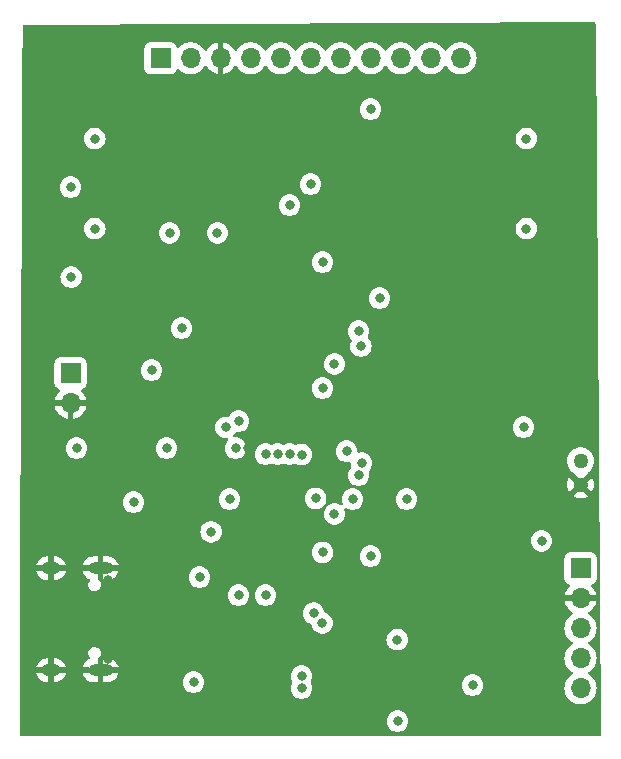
<source format=gbr>
%TF.GenerationSoftware,KiCad,Pcbnew,7.0.7*%
%TF.CreationDate,2023-12-26T11:08:44+08:00*%
%TF.ProjectId,Dice_Roller_SAMD,44696365-5f52-46f6-9c6c-65725f53414d,rev?*%
%TF.SameCoordinates,Original*%
%TF.FileFunction,Copper,L2,Inr*%
%TF.FilePolarity,Positive*%
%FSLAX46Y46*%
G04 Gerber Fmt 4.6, Leading zero omitted, Abs format (unit mm)*
G04 Created by KiCad (PCBNEW 7.0.7) date 2023-12-26 11:08:44*
%MOMM*%
%LPD*%
G01*
G04 APERTURE LIST*
%TA.AperFunction,ComponentPad*%
%ADD10R,1.700000X1.700000*%
%TD*%
%TA.AperFunction,ComponentPad*%
%ADD11O,1.700000X1.700000*%
%TD*%
%TA.AperFunction,ComponentPad*%
%ADD12C,1.270000*%
%TD*%
%TA.AperFunction,ComponentPad*%
%ADD13O,2.100000X1.000000*%
%TD*%
%TA.AperFunction,ComponentPad*%
%ADD14O,1.600000X1.000000*%
%TD*%
%TA.AperFunction,ViaPad*%
%ADD15C,0.800000*%
%TD*%
G04 APERTURE END LIST*
D10*
%TO.N,/Module/Vib*%
%TO.C,M1*%
X157480000Y-135885000D03*
D11*
%TO.N,GND*%
X157480000Y-138425000D03*
%TD*%
D10*
%TO.N,+3V3*%
%TO.C,J2*%
X165100000Y-109220000D03*
D11*
%TO.N,unconnected-(J2-Pin_2-Pad2)*%
X167640000Y-109220000D03*
%TO.N,GND*%
X170180000Y-109220000D03*
%TO.N,/Module/SCK*%
X172720000Y-109220000D03*
%TO.N,/Module/MISO*%
X175260000Y-109220000D03*
%TO.N,/Module/MOSI*%
X177800000Y-109220000D03*
%TO.N,/Module/TCS*%
X180340000Y-109220000D03*
%TO.N,/Module/RST*%
X182880000Y-109220000D03*
%TO.N,/Module/DC*%
X185420000Y-109220000D03*
%TO.N,unconnected-(J2-Pin_10-Pad10)*%
X187960000Y-109220000D03*
%TO.N,unconnected-(J2-Pin_11-Pad11)*%
X190500000Y-109220000D03*
%TD*%
D12*
%TO.N,GND*%
%TO.C,X1*%
X200660000Y-145320000D03*
%TO.N,VBAT*%
X200660000Y-143319998D03*
%TD*%
D10*
%TO.N,+3V3*%
%TO.C,J3*%
X200660000Y-152400000D03*
D11*
%TO.N,GND*%
X200660000Y-154940000D03*
%TO.N,/SAMD_51/SWDIO*%
X200660000Y-157480000D03*
%TO.N,/SAMD_51/SWCLK*%
X200660000Y-160020000D03*
%TO.N,/SAMD_51/~{RESET}*%
X200660000Y-162560000D03*
%TD*%
D13*
%TO.N,GND*%
%TO.C,J1*%
X160020000Y-152400000D03*
D14*
X155840000Y-152400000D03*
D13*
X160020000Y-161040000D03*
D14*
X155840000Y-161040000D03*
%TD*%
D15*
%TO.N,GND*%
X155430000Y-163500000D03*
X161798000Y-165354000D03*
X178816000Y-133604000D03*
X192278000Y-151638000D03*
X198120000Y-127762000D03*
X172720000Y-122174000D03*
X172466000Y-142240000D03*
X192278000Y-148844000D03*
X154178000Y-137160000D03*
X193040000Y-141224000D03*
X156718000Y-146050000D03*
X181864000Y-155117800D03*
X177042299Y-150372299D03*
X160625000Y-153420498D03*
X198120000Y-120142000D03*
X185166000Y-147714000D03*
X164846000Y-158496000D03*
X166878000Y-128778000D03*
X155956000Y-120142000D03*
X160625000Y-160070000D03*
X162814000Y-149860000D03*
X165354000Y-145796000D03*
X164846000Y-154686000D03*
X155956000Y-127762000D03*
X198120000Y-138176000D03*
X173228000Y-160071000D03*
X186436000Y-137160000D03*
X179578000Y-139192000D03*
X194816000Y-157480000D03*
X193040000Y-144780000D03*
X172466000Y-152146000D03*
X167894000Y-122478200D03*
X200660000Y-132588000D03*
%TO.N,+3V3*%
X168402000Y-153162000D03*
X178816000Y-151063000D03*
X164338000Y-135636000D03*
X185166000Y-165354000D03*
X195834000Y-140462000D03*
X167894000Y-162052000D03*
X162814000Y-146812000D03*
X196070000Y-123660000D03*
X178816000Y-126492000D03*
X159530000Y-123660000D03*
X185928000Y-146557500D03*
X165862000Y-124028200D03*
X159530000Y-116040000D03*
X165608000Y-142240000D03*
X191516000Y-162306000D03*
X169916000Y-124028200D03*
X183642000Y-129540000D03*
X171450000Y-142240000D03*
X180848000Y-142494000D03*
X157988000Y-142240000D03*
X166878000Y-132080000D03*
X196070000Y-116040000D03*
%TO.N,VBUS*%
X169383482Y-149317482D03*
X197358000Y-150088500D03*
%TO.N,/Module/LED1*%
X179827701Y-147823701D03*
X171704000Y-154686000D03*
%TO.N,/Module/LED2*%
X181356000Y-146558000D03*
X173990000Y-154686000D03*
%TO.N,/Module/Pht*%
X185147000Y-158459000D03*
X182880000Y-151384000D03*
%TO.N,/Module/SCK*%
X170640500Y-140468473D03*
%TO.N,/Module/MISO*%
X176022000Y-142748000D03*
X176022000Y-121666000D03*
%TO.N,/Module/MOSI*%
X177800000Y-119888000D03*
X177038000Y-142783500D03*
%TO.N,/Module/TCS*%
X171704000Y-139954000D03*
%TO.N,/Module/RST*%
X182880000Y-113538000D03*
X175006000Y-142748000D03*
%TO.N,/Module/DC*%
X173990000Y-142748000D03*
%TO.N,/SAMD_51/SWDIO*%
X178789000Y-157046921D03*
X177038000Y-162560000D03*
%TO.N,/SAMD_51/SWCLK*%
X177038000Y-161544000D03*
X178064500Y-156210000D03*
%TO.N,/Module/S1*%
X182118000Y-143510000D03*
X157480000Y-120142000D03*
%TO.N,/Module/S2*%
X181864000Y-144526000D03*
X157543000Y-127762000D03*
%TO.N,/SAMD_51/V_DIV*%
X170942000Y-146558000D03*
X178236674Y-146486674D03*
%TO.N,/SAMD_51/FLASH_D3*%
X181864000Y-132334000D03*
X179827701Y-135123701D03*
%TO.N,/SAMD_51/FLASH_SCK*%
X178816000Y-137160000D03*
X182067500Y-133604000D03*
%TD*%
%TA.AperFunction,Conductor*%
%TO.N,GND*%
G36*
X201873534Y-106191980D02*
G01*
X201919565Y-106244544D01*
X201931038Y-106295603D01*
X202436949Y-166498958D01*
X202417828Y-166566161D01*
X202365410Y-166612358D01*
X202312953Y-166624000D01*
X153286524Y-166624000D01*
X153219485Y-166604315D01*
X153173730Y-166551511D01*
X153162525Y-166499477D01*
X153167358Y-165354000D01*
X184252496Y-165354000D01*
X184272458Y-165543928D01*
X184272459Y-165543931D01*
X184331470Y-165725549D01*
X184331473Y-165725556D01*
X184426960Y-165890944D01*
X184554747Y-166032866D01*
X184709248Y-166145118D01*
X184883712Y-166222794D01*
X185070513Y-166262500D01*
X185261487Y-166262500D01*
X185448288Y-166222794D01*
X185622752Y-166145118D01*
X185777253Y-166032866D01*
X185905040Y-165890944D01*
X186000527Y-165725556D01*
X186059542Y-165543928D01*
X186079504Y-165354000D01*
X186059542Y-165164072D01*
X186000527Y-164982444D01*
X185905040Y-164817056D01*
X185777253Y-164675134D01*
X185622752Y-164562882D01*
X185448288Y-164485206D01*
X185448286Y-164485205D01*
X185261487Y-164445500D01*
X185070513Y-164445500D01*
X184883714Y-164485205D01*
X184709246Y-164562883D01*
X184554745Y-164675135D01*
X184426959Y-164817057D01*
X184331473Y-164982443D01*
X184331470Y-164982450D01*
X184293276Y-165100000D01*
X184272458Y-165164072D01*
X184252496Y-165354000D01*
X153167358Y-165354000D01*
X153181291Y-162052000D01*
X166980496Y-162052000D01*
X167000458Y-162241928D01*
X167000459Y-162241931D01*
X167059470Y-162423549D01*
X167059473Y-162423556D01*
X167154960Y-162588944D01*
X167282747Y-162730866D01*
X167437248Y-162843118D01*
X167611712Y-162920794D01*
X167798513Y-162960500D01*
X167989487Y-162960500D01*
X168176288Y-162920794D01*
X168350752Y-162843118D01*
X168505253Y-162730866D01*
X168633040Y-162588944D01*
X168649751Y-162560000D01*
X176124496Y-162560000D01*
X176144458Y-162749928D01*
X176144459Y-162749931D01*
X176203470Y-162931549D01*
X176203473Y-162931556D01*
X176298960Y-163096944D01*
X176426747Y-163238866D01*
X176581248Y-163351118D01*
X176755712Y-163428794D01*
X176942513Y-163468500D01*
X177133487Y-163468500D01*
X177320288Y-163428794D01*
X177494752Y-163351118D01*
X177649253Y-163238866D01*
X177777040Y-163096944D01*
X177872527Y-162931556D01*
X177931542Y-162749928D01*
X177951504Y-162560000D01*
X177931542Y-162370072D01*
X177910724Y-162306000D01*
X190602496Y-162306000D01*
X190622458Y-162495928D01*
X190622459Y-162495931D01*
X190681470Y-162677549D01*
X190681473Y-162677556D01*
X190776960Y-162842944D01*
X190904747Y-162984866D01*
X191059248Y-163097118D01*
X191233712Y-163174794D01*
X191420513Y-163214500D01*
X191611487Y-163214500D01*
X191798288Y-163174794D01*
X191972752Y-163097118D01*
X192127253Y-162984866D01*
X192255040Y-162842944D01*
X192350527Y-162677556D01*
X192388722Y-162560005D01*
X199296844Y-162560005D01*
X199315434Y-162784359D01*
X199315436Y-162784371D01*
X199370703Y-163002614D01*
X199461140Y-163208792D01*
X199584276Y-163397265D01*
X199584284Y-163397276D01*
X199736756Y-163562902D01*
X199736760Y-163562906D01*
X199914424Y-163701189D01*
X199914425Y-163701189D01*
X199914427Y-163701191D01*
X200041135Y-163769761D01*
X200112426Y-163808342D01*
X200325365Y-163881444D01*
X200547431Y-163918500D01*
X200772569Y-163918500D01*
X200994635Y-163881444D01*
X201207574Y-163808342D01*
X201405576Y-163701189D01*
X201583240Y-163562906D01*
X201735722Y-163397268D01*
X201858860Y-163208791D01*
X201949296Y-163002616D01*
X202004564Y-162784368D01*
X202007418Y-162749928D01*
X202023156Y-162560005D01*
X202023156Y-162559994D01*
X202004565Y-162335640D01*
X202004563Y-162335628D01*
X201949296Y-162117385D01*
X201948720Y-162116072D01*
X201858860Y-161911209D01*
X201735722Y-161722732D01*
X201735719Y-161722729D01*
X201735715Y-161722723D01*
X201583243Y-161557097D01*
X201583238Y-161557092D01*
X201463634Y-161464000D01*
X201405576Y-161418811D01*
X201369070Y-161399055D01*
X201319479Y-161349836D01*
X201304371Y-161281619D01*
X201328541Y-161216064D01*
X201369070Y-161180945D01*
X201384767Y-161172450D01*
X201405576Y-161161189D01*
X201583240Y-161022906D01*
X201735722Y-160857268D01*
X201858860Y-160668791D01*
X201949296Y-160462616D01*
X202004564Y-160244368D01*
X202006998Y-160214999D01*
X202023156Y-160020005D01*
X202023156Y-160019994D01*
X202004565Y-159795640D01*
X202004563Y-159795628D01*
X202001876Y-159785018D01*
X201949296Y-159577384D01*
X201858860Y-159371209D01*
X201854460Y-159364475D01*
X201776887Y-159245740D01*
X201735722Y-159182732D01*
X201735719Y-159182729D01*
X201735715Y-159182723D01*
X201583243Y-159017097D01*
X201583238Y-159017092D01*
X201405577Y-158878812D01*
X201405578Y-158878812D01*
X201405576Y-158878811D01*
X201369070Y-158859055D01*
X201319479Y-158809836D01*
X201304371Y-158741619D01*
X201328541Y-158676064D01*
X201369070Y-158640945D01*
X201369084Y-158640936D01*
X201405576Y-158621189D01*
X201583240Y-158482906D01*
X201735722Y-158317268D01*
X201858860Y-158128791D01*
X201949296Y-157922616D01*
X202004564Y-157704368D01*
X202004565Y-157704359D01*
X202023156Y-157480005D01*
X202023156Y-157479994D01*
X202004565Y-157255640D01*
X202004563Y-157255628D01*
X201968764Y-157114262D01*
X201949296Y-157037384D01*
X201858860Y-156831209D01*
X201735722Y-156642732D01*
X201735719Y-156642729D01*
X201735715Y-156642723D01*
X201583243Y-156477097D01*
X201583238Y-156477092D01*
X201464797Y-156384905D01*
X201405577Y-156338811D01*
X201362303Y-156315393D01*
X201312713Y-156266173D01*
X201297605Y-156197957D01*
X201321775Y-156132401D01*
X201350198Y-156104763D01*
X201531079Y-155978108D01*
X201698105Y-155811082D01*
X201833600Y-155617578D01*
X201933429Y-155403492D01*
X201933432Y-155403486D01*
X201990636Y-155190000D01*
X201273347Y-155190000D01*
X201206308Y-155170315D01*
X201160553Y-155117511D01*
X201150609Y-155048353D01*
X201154369Y-155031067D01*
X201160000Y-155011888D01*
X201160000Y-154868111D01*
X201154369Y-154848933D01*
X201154370Y-154779064D01*
X201192145Y-154720286D01*
X201255701Y-154691262D01*
X201273347Y-154690000D01*
X201990636Y-154690000D01*
X201990635Y-154689999D01*
X201933432Y-154476513D01*
X201933429Y-154476507D01*
X201833600Y-154262422D01*
X201833599Y-154262420D01*
X201698113Y-154068926D01*
X201698108Y-154068920D01*
X201582272Y-153953084D01*
X201548787Y-153891761D01*
X201553771Y-153822069D01*
X201595643Y-153766136D01*
X201626612Y-153749224D01*
X201756204Y-153700889D01*
X201873261Y-153613261D01*
X201960889Y-153496204D01*
X202011989Y-153359201D01*
X202018214Y-153301300D01*
X202018499Y-153298654D01*
X202018500Y-153298637D01*
X202018500Y-151501362D01*
X202018499Y-151501345D01*
X202015157Y-151470270D01*
X202011989Y-151440799D01*
X202009660Y-151434556D01*
X201989522Y-151380564D01*
X201960889Y-151303796D01*
X201873261Y-151186739D01*
X201756204Y-151099111D01*
X201756204Y-151099110D01*
X201619203Y-151048011D01*
X201558654Y-151041500D01*
X201558638Y-151041500D01*
X199761362Y-151041500D01*
X199761345Y-151041500D01*
X199700797Y-151048011D01*
X199700795Y-151048011D01*
X199563795Y-151099111D01*
X199446739Y-151186739D01*
X199359111Y-151303795D01*
X199308011Y-151440795D01*
X199308011Y-151440797D01*
X199301500Y-151501345D01*
X199301500Y-153298654D01*
X199308011Y-153359202D01*
X199308011Y-153359204D01*
X199329205Y-153416025D01*
X199359111Y-153496204D01*
X199446739Y-153613261D01*
X199540699Y-153683599D01*
X199561197Y-153698944D01*
X199563796Y-153700889D01*
X199693382Y-153749222D01*
X199749313Y-153791093D01*
X199773730Y-153856557D01*
X199758878Y-153924830D01*
X199737728Y-153953084D01*
X199621886Y-154068926D01*
X199486400Y-154262420D01*
X199486399Y-154262422D01*
X199386570Y-154476507D01*
X199386567Y-154476513D01*
X199329364Y-154689999D01*
X199329364Y-154690000D01*
X200046653Y-154690000D01*
X200113692Y-154709685D01*
X200159447Y-154762489D01*
X200169391Y-154831647D01*
X200165631Y-154848933D01*
X200160000Y-154868111D01*
X200160000Y-155011888D01*
X200165631Y-155031067D01*
X200165630Y-155100936D01*
X200127855Y-155159714D01*
X200064299Y-155188738D01*
X200046653Y-155190000D01*
X199329364Y-155190000D01*
X199386567Y-155403486D01*
X199386570Y-155403492D01*
X199486399Y-155617578D01*
X199621894Y-155811082D01*
X199788917Y-155978105D01*
X199969802Y-156104763D01*
X200013427Y-156159340D01*
X200020619Y-156228839D01*
X199989097Y-156291193D01*
X199957697Y-156315392D01*
X199914427Y-156338809D01*
X199914422Y-156338812D01*
X199736761Y-156477092D01*
X199736756Y-156477097D01*
X199584284Y-156642723D01*
X199584276Y-156642734D01*
X199461140Y-156831207D01*
X199370703Y-157037385D01*
X199315436Y-157255628D01*
X199315434Y-157255640D01*
X199296844Y-157479994D01*
X199296844Y-157480005D01*
X199315434Y-157704359D01*
X199315436Y-157704371D01*
X199370703Y-157922614D01*
X199461140Y-158128792D01*
X199584276Y-158317265D01*
X199584284Y-158317276D01*
X199736756Y-158482902D01*
X199736760Y-158482906D01*
X199914424Y-158621189D01*
X199914429Y-158621191D01*
X199914431Y-158621193D01*
X199950930Y-158640946D01*
X200000520Y-158690165D01*
X200015628Y-158758382D01*
X199991457Y-158823937D01*
X199950930Y-158859054D01*
X199914431Y-158878806D01*
X199914422Y-158878812D01*
X199736761Y-159017092D01*
X199736756Y-159017097D01*
X199584284Y-159182723D01*
X199584276Y-159182734D01*
X199461140Y-159371207D01*
X199370703Y-159577385D01*
X199315436Y-159795628D01*
X199315434Y-159795640D01*
X199296844Y-160019994D01*
X199296844Y-160020005D01*
X199315434Y-160244359D01*
X199315436Y-160244371D01*
X199370703Y-160462614D01*
X199461140Y-160668792D01*
X199584276Y-160857265D01*
X199584284Y-160857276D01*
X199726570Y-161011837D01*
X199736760Y-161022906D01*
X199914424Y-161161189D01*
X199914429Y-161161191D01*
X199914431Y-161161193D01*
X199950930Y-161180946D01*
X200000520Y-161230165D01*
X200015628Y-161298382D01*
X199991457Y-161363937D01*
X199950930Y-161399054D01*
X199914431Y-161418806D01*
X199914422Y-161418812D01*
X199736761Y-161557092D01*
X199736756Y-161557097D01*
X199584284Y-161722723D01*
X199584276Y-161722734D01*
X199461140Y-161911207D01*
X199370703Y-162117385D01*
X199315436Y-162335628D01*
X199315434Y-162335640D01*
X199296844Y-162559994D01*
X199296844Y-162560005D01*
X192388722Y-162560005D01*
X192409542Y-162495928D01*
X192429504Y-162306000D01*
X192409542Y-162116072D01*
X192350527Y-161934444D01*
X192255040Y-161769056D01*
X192127253Y-161627134D01*
X191972752Y-161514882D01*
X191798288Y-161437206D01*
X191798286Y-161437205D01*
X191611487Y-161397500D01*
X191420513Y-161397500D01*
X191233714Y-161437205D01*
X191059246Y-161514883D01*
X190904745Y-161627135D01*
X190776959Y-161769057D01*
X190681473Y-161934443D01*
X190681470Y-161934450D01*
X190622459Y-162116068D01*
X190622458Y-162116072D01*
X190602496Y-162306000D01*
X177910724Y-162306000D01*
X177872527Y-162188444D01*
X177831500Y-162117384D01*
X177829546Y-162113999D01*
X177813073Y-162046099D01*
X177829546Y-161990000D01*
X177872527Y-161915556D01*
X177931542Y-161733928D01*
X177951504Y-161544000D01*
X177931542Y-161354072D01*
X177876023Y-161183205D01*
X177872529Y-161172450D01*
X177872528Y-161172449D01*
X177872527Y-161172444D01*
X177777040Y-161007056D01*
X177649253Y-160865134D01*
X177494752Y-160752882D01*
X177320288Y-160675206D01*
X177320286Y-160675205D01*
X177133487Y-160635500D01*
X176942513Y-160635500D01*
X176755714Y-160675205D01*
X176581246Y-160752883D01*
X176426745Y-160865135D01*
X176298959Y-161007057D01*
X176203473Y-161172443D01*
X176203470Y-161172450D01*
X176158239Y-161311658D01*
X176144458Y-161354072D01*
X176124496Y-161544000D01*
X176144458Y-161733928D01*
X176144459Y-161733931D01*
X176203470Y-161915549D01*
X176203475Y-161915561D01*
X176246453Y-161990001D01*
X176262926Y-162057901D01*
X176246453Y-162113999D01*
X176203475Y-162188438D01*
X176203470Y-162188450D01*
X176144459Y-162370068D01*
X176144458Y-162370072D01*
X176124496Y-162560000D01*
X168649751Y-162560000D01*
X168728527Y-162423556D01*
X168787542Y-162241928D01*
X168807504Y-162052000D01*
X168787542Y-161862072D01*
X168728527Y-161680444D01*
X168633040Y-161515056D01*
X168505253Y-161373134D01*
X168350752Y-161260882D01*
X168176288Y-161183206D01*
X168176286Y-161183205D01*
X167989487Y-161143500D01*
X167798513Y-161143500D01*
X167611714Y-161183205D01*
X167437246Y-161260883D01*
X167282745Y-161373135D01*
X167154959Y-161515057D01*
X167059473Y-161680443D01*
X167059470Y-161680450D01*
X167019759Y-161802669D01*
X167000458Y-161862072D01*
X166980496Y-162052000D01*
X153181291Y-162052000D01*
X153184506Y-161290000D01*
X154566634Y-161290000D01*
X154566931Y-161291946D01*
X154566933Y-161291952D01*
X154637562Y-161482657D01*
X154637565Y-161482664D01*
X154745149Y-161655267D01*
X154885264Y-161802668D01*
X154885266Y-161802669D01*
X155052195Y-161918856D01*
X155239092Y-161999059D01*
X155438310Y-162040000D01*
X155590000Y-162040000D01*
X155590000Y-161464000D01*
X155609685Y-161396961D01*
X155662489Y-161351206D01*
X155714000Y-161340000D01*
X155966000Y-161340000D01*
X156033039Y-161359685D01*
X156078794Y-161412489D01*
X156090000Y-161464000D01*
X156090000Y-162040000D01*
X156190713Y-162040000D01*
X156342338Y-162024581D01*
X156536381Y-161963700D01*
X156536391Y-161963695D01*
X156714215Y-161864994D01*
X156714216Y-161864994D01*
X156868530Y-161732521D01*
X156868531Y-161732520D01*
X156993018Y-161571695D01*
X157082588Y-161389093D01*
X157108246Y-161290000D01*
X158496634Y-161290000D01*
X158496931Y-161291946D01*
X158496933Y-161291952D01*
X158567562Y-161482657D01*
X158567565Y-161482664D01*
X158675149Y-161655267D01*
X158815264Y-161802668D01*
X158815266Y-161802669D01*
X158982195Y-161918856D01*
X159169092Y-161999059D01*
X159368310Y-162040000D01*
X159770000Y-162040000D01*
X159770000Y-161464000D01*
X159789685Y-161396961D01*
X159842489Y-161351206D01*
X159894000Y-161340000D01*
X160146000Y-161340000D01*
X160213039Y-161359685D01*
X160258794Y-161412489D01*
X160270000Y-161464000D01*
X160270000Y-162040000D01*
X160620713Y-162040000D01*
X160772338Y-162024581D01*
X160966381Y-161963700D01*
X160966391Y-161963695D01*
X161144215Y-161864994D01*
X161144216Y-161864994D01*
X161298530Y-161732521D01*
X161298531Y-161732520D01*
X161423018Y-161571695D01*
X161512588Y-161389093D01*
X161538246Y-161290000D01*
X160974979Y-161290000D01*
X160907940Y-161270315D01*
X160862185Y-161217511D01*
X160852241Y-161148353D01*
X160855713Y-161132066D01*
X160873894Y-161068162D01*
X160873895Y-161068160D01*
X160863546Y-160956479D01*
X160863544Y-160956475D01*
X160861115Y-160947937D01*
X160861701Y-160878070D01*
X160899966Y-160819610D01*
X160963763Y-160791119D01*
X160980381Y-160790000D01*
X161543366Y-160790000D01*
X161543068Y-160788053D01*
X161543066Y-160788047D01*
X161472437Y-160597342D01*
X161472434Y-160597335D01*
X161364850Y-160424732D01*
X161224735Y-160277331D01*
X161224733Y-160277330D01*
X161057804Y-160161143D01*
X160870907Y-160080940D01*
X160671690Y-160040000D01*
X160270000Y-160040000D01*
X160270000Y-160616000D01*
X160250315Y-160683039D01*
X160197511Y-160728794D01*
X160146000Y-160740000D01*
X159894000Y-160740000D01*
X159826961Y-160720315D01*
X159781206Y-160667511D01*
X159770000Y-160616000D01*
X159770000Y-160147150D01*
X159789685Y-160080111D01*
X159815745Y-160050962D01*
X159829219Y-160040000D01*
X159910026Y-159974259D01*
X159993839Y-159855523D01*
X160042509Y-159718579D01*
X160052427Y-159573581D01*
X160022857Y-159431284D01*
X159955993Y-159302242D01*
X159856793Y-159196025D01*
X159732615Y-159120511D01*
X159592668Y-159081300D01*
X159483833Y-159081300D01*
X159483832Y-159081300D01*
X159376019Y-159096118D01*
X159376016Y-159096119D01*
X159242713Y-159154020D01*
X159129974Y-159245740D01*
X159129968Y-159245747D01*
X159046161Y-159364474D01*
X159046161Y-159364475D01*
X158997491Y-159501416D01*
X158997491Y-159501419D01*
X158987573Y-159646416D01*
X158987573Y-159646419D01*
X159017141Y-159788710D01*
X159017142Y-159788713D01*
X159017143Y-159788716D01*
X159020725Y-159795628D01*
X159084007Y-159917758D01*
X159094226Y-159928700D01*
X159125599Y-159991130D01*
X159118239Y-160060611D01*
X159074484Y-160115083D01*
X159063782Y-160121756D01*
X158895792Y-160214999D01*
X158895783Y-160215005D01*
X158741469Y-160347478D01*
X158741468Y-160347479D01*
X158616981Y-160508304D01*
X158527411Y-160690906D01*
X158501754Y-160790000D01*
X159065021Y-160790000D01*
X159132060Y-160809685D01*
X159177815Y-160862489D01*
X159187759Y-160931647D01*
X159184287Y-160947934D01*
X159166105Y-161011837D01*
X159166104Y-161011837D01*
X159176453Y-161123517D01*
X159178885Y-161132063D01*
X159178299Y-161201930D01*
X159140034Y-161260390D01*
X159076237Y-161288881D01*
X159059619Y-161290000D01*
X158496634Y-161290000D01*
X157108246Y-161290000D01*
X156544979Y-161290000D01*
X156477940Y-161270315D01*
X156432185Y-161217511D01*
X156422241Y-161148353D01*
X156425713Y-161132066D01*
X156443894Y-161068162D01*
X156443895Y-161068160D01*
X156443894Y-161068159D01*
X156433546Y-160956479D01*
X156433544Y-160956475D01*
X156431115Y-160947937D01*
X156431701Y-160878070D01*
X156469966Y-160819610D01*
X156533763Y-160791119D01*
X156550381Y-160790000D01*
X157113366Y-160790000D01*
X157113068Y-160788053D01*
X157113066Y-160788047D01*
X157042437Y-160597342D01*
X157042434Y-160597335D01*
X156934850Y-160424732D01*
X156794735Y-160277331D01*
X156794733Y-160277330D01*
X156627804Y-160161143D01*
X156440907Y-160080940D01*
X156241690Y-160040000D01*
X156090000Y-160040000D01*
X156090000Y-160616000D01*
X156070315Y-160683039D01*
X156017511Y-160728794D01*
X155966000Y-160740000D01*
X155714000Y-160740000D01*
X155646961Y-160720315D01*
X155601206Y-160667511D01*
X155590000Y-160616000D01*
X155590000Y-160040000D01*
X155489287Y-160040000D01*
X155337661Y-160055418D01*
X155143618Y-160116299D01*
X155143608Y-160116304D01*
X154965784Y-160215005D01*
X154965783Y-160215005D01*
X154811469Y-160347478D01*
X154811468Y-160347479D01*
X154686981Y-160508304D01*
X154597411Y-160690906D01*
X154571754Y-160790000D01*
X155135021Y-160790000D01*
X155202060Y-160809685D01*
X155247815Y-160862489D01*
X155257759Y-160931647D01*
X155254287Y-160947934D01*
X155236105Y-161011837D01*
X155236104Y-161011837D01*
X155246453Y-161123517D01*
X155248885Y-161132063D01*
X155248299Y-161201930D01*
X155210034Y-161260390D01*
X155146237Y-161288881D01*
X155129619Y-161290000D01*
X154566634Y-161290000D01*
X153184506Y-161290000D01*
X153196451Y-158459000D01*
X184233496Y-158459000D01*
X184253458Y-158648928D01*
X184253459Y-158648931D01*
X184312470Y-158830549D01*
X184312473Y-158830556D01*
X184407960Y-158995944D01*
X184484815Y-159081300D01*
X184520120Y-159120511D01*
X184535747Y-159137866D01*
X184690248Y-159250118D01*
X184864712Y-159327794D01*
X185051513Y-159367500D01*
X185242487Y-159367500D01*
X185429288Y-159327794D01*
X185603752Y-159250118D01*
X185758253Y-159137866D01*
X185886040Y-158995944D01*
X185981527Y-158830556D01*
X186040542Y-158648928D01*
X186060504Y-158459000D01*
X186040542Y-158269072D01*
X185981527Y-158087444D01*
X185886040Y-157922056D01*
X185758253Y-157780134D01*
X185603752Y-157667882D01*
X185429288Y-157590206D01*
X185429286Y-157590205D01*
X185242487Y-157550500D01*
X185051513Y-157550500D01*
X184864714Y-157590205D01*
X184690246Y-157667883D01*
X184535745Y-157780135D01*
X184407959Y-157922057D01*
X184312473Y-158087443D01*
X184312470Y-158087450D01*
X184253459Y-158269068D01*
X184253458Y-158269072D01*
X184233496Y-158459000D01*
X153196451Y-158459000D01*
X153205941Y-156210000D01*
X177150996Y-156210000D01*
X177170958Y-156399928D01*
X177170959Y-156399931D01*
X177229970Y-156581549D01*
X177229973Y-156581556D01*
X177325460Y-156746944D01*
X177453247Y-156888866D01*
X177607748Y-157001118D01*
X177782212Y-157078794D01*
X177792930Y-157081072D01*
X177854411Y-157114262D01*
X177888189Y-157175425D01*
X177890470Y-157189396D01*
X177895458Y-157236849D01*
X177895459Y-157236852D01*
X177954470Y-157418470D01*
X177954473Y-157418477D01*
X178049960Y-157583865D01*
X178177747Y-157725787D01*
X178332248Y-157838039D01*
X178506712Y-157915715D01*
X178693513Y-157955421D01*
X178884487Y-157955421D01*
X179071288Y-157915715D01*
X179245752Y-157838039D01*
X179400253Y-157725787D01*
X179528040Y-157583865D01*
X179623527Y-157418477D01*
X179682542Y-157236849D01*
X179702504Y-157046921D01*
X179682542Y-156856993D01*
X179623527Y-156675365D01*
X179528040Y-156509977D01*
X179400253Y-156368055D01*
X179245752Y-156255803D01*
X179071288Y-156178127D01*
X179071286Y-156178126D01*
X179060567Y-156175848D01*
X178999085Y-156142655D01*
X178965309Y-156081491D01*
X178963028Y-156067517D01*
X178958042Y-156020073D01*
X178958040Y-156020068D01*
X178899027Y-155838444D01*
X178803540Y-155673056D01*
X178675753Y-155531134D01*
X178521252Y-155418882D01*
X178346788Y-155341206D01*
X178346786Y-155341205D01*
X178159987Y-155301500D01*
X177969013Y-155301500D01*
X177782214Y-155341205D01*
X177607746Y-155418883D01*
X177453245Y-155531135D01*
X177325459Y-155673057D01*
X177229973Y-155838443D01*
X177229970Y-155838450D01*
X177184594Y-155978105D01*
X177170958Y-156020072D01*
X177150996Y-156210000D01*
X153205941Y-156210000D01*
X153212371Y-154686000D01*
X170790496Y-154686000D01*
X170810458Y-154875928D01*
X170810459Y-154875931D01*
X170869470Y-155057549D01*
X170869473Y-155057556D01*
X170964960Y-155222944D01*
X171092747Y-155364866D01*
X171247248Y-155477118D01*
X171421712Y-155554794D01*
X171608513Y-155594500D01*
X171799487Y-155594500D01*
X171986288Y-155554794D01*
X172160752Y-155477118D01*
X172315253Y-155364866D01*
X172443040Y-155222944D01*
X172538527Y-155057556D01*
X172597542Y-154875928D01*
X172617504Y-154686000D01*
X173076496Y-154686000D01*
X173096458Y-154875928D01*
X173096459Y-154875931D01*
X173155470Y-155057549D01*
X173155473Y-155057556D01*
X173250960Y-155222944D01*
X173378747Y-155364866D01*
X173533248Y-155477118D01*
X173707712Y-155554794D01*
X173894513Y-155594500D01*
X174085487Y-155594500D01*
X174272288Y-155554794D01*
X174446752Y-155477118D01*
X174601253Y-155364866D01*
X174729040Y-155222944D01*
X174824527Y-155057556D01*
X174883542Y-154875928D01*
X174903504Y-154686000D01*
X174883542Y-154496072D01*
X174824527Y-154314444D01*
X174729040Y-154149056D01*
X174613981Y-154021269D01*
X174601254Y-154007135D01*
X174526907Y-153953118D01*
X174446752Y-153894882D01*
X174272288Y-153817206D01*
X174272286Y-153817205D01*
X174085487Y-153777500D01*
X173894513Y-153777500D01*
X173707714Y-153817205D01*
X173533246Y-153894883D01*
X173378745Y-154007135D01*
X173250959Y-154149057D01*
X173155473Y-154314443D01*
X173155470Y-154314450D01*
X173114677Y-154440000D01*
X173096458Y-154496072D01*
X173076496Y-154686000D01*
X172617504Y-154686000D01*
X172597542Y-154496072D01*
X172538527Y-154314444D01*
X172443040Y-154149056D01*
X172327981Y-154021270D01*
X172315254Y-154007135D01*
X172240907Y-153953118D01*
X172160752Y-153894882D01*
X171986288Y-153817206D01*
X171986286Y-153817205D01*
X171799487Y-153777500D01*
X171608513Y-153777500D01*
X171421714Y-153817205D01*
X171247246Y-153894883D01*
X171092745Y-154007135D01*
X170964959Y-154149057D01*
X170869473Y-154314443D01*
X170869470Y-154314450D01*
X170828677Y-154440000D01*
X170810458Y-154496072D01*
X170790496Y-154686000D01*
X153212371Y-154686000D01*
X153220962Y-152650000D01*
X154566634Y-152650000D01*
X154566931Y-152651946D01*
X154566933Y-152651952D01*
X154637562Y-152842657D01*
X154637565Y-152842664D01*
X154745149Y-153015267D01*
X154885264Y-153162668D01*
X154885266Y-153162669D01*
X155052195Y-153278856D01*
X155239092Y-153359059D01*
X155438310Y-153400000D01*
X155590000Y-153400000D01*
X155590000Y-152824000D01*
X155609685Y-152756961D01*
X155662489Y-152711206D01*
X155714000Y-152700000D01*
X155966000Y-152700000D01*
X156033039Y-152719685D01*
X156078794Y-152772489D01*
X156090000Y-152824000D01*
X156090000Y-153400000D01*
X156190713Y-153400000D01*
X156342338Y-153384581D01*
X156536381Y-153323700D01*
X156536391Y-153323695D01*
X156714215Y-153224994D01*
X156714216Y-153224994D01*
X156868530Y-153092521D01*
X156868531Y-153092520D01*
X156993018Y-152931695D01*
X157082588Y-152749093D01*
X157108246Y-152650000D01*
X158496634Y-152650000D01*
X158496931Y-152651946D01*
X158496933Y-152651952D01*
X158567562Y-152842657D01*
X158567565Y-152842664D01*
X158675149Y-153015267D01*
X158815264Y-153162668D01*
X158815266Y-153162669D01*
X158982195Y-153278856D01*
X159056168Y-153310600D01*
X159110012Y-153355127D01*
X159131235Y-153421695D01*
X159113100Y-153489170D01*
X159108572Y-153496059D01*
X159046161Y-153584474D01*
X159046161Y-153584475D01*
X158997491Y-153721416D01*
X158997491Y-153721419D01*
X158987573Y-153866416D01*
X158987573Y-153866419D01*
X159017141Y-154008710D01*
X159017142Y-154008713D01*
X159017143Y-154008716D01*
X159028583Y-154030794D01*
X159084005Y-154137756D01*
X159084007Y-154137758D01*
X159183207Y-154243975D01*
X159307385Y-154319489D01*
X159447332Y-154358700D01*
X159447334Y-154358700D01*
X159556168Y-154358700D01*
X159583120Y-154354995D01*
X159663983Y-154343881D01*
X159797287Y-154285979D01*
X159910026Y-154194259D01*
X159993839Y-154075523D01*
X160042509Y-153938579D01*
X160052427Y-153793581D01*
X160022857Y-153651284D01*
X159955993Y-153522242D01*
X159856793Y-153416025D01*
X159856792Y-153416024D01*
X159829570Y-153399470D01*
X159782519Y-153347818D01*
X159770000Y-153293523D01*
X159770000Y-152824000D01*
X159789685Y-152756961D01*
X159842489Y-152711206D01*
X159894000Y-152700000D01*
X160146000Y-152700000D01*
X160213039Y-152719685D01*
X160258794Y-152772489D01*
X160270000Y-152824000D01*
X160270000Y-153400000D01*
X160620713Y-153400000D01*
X160772338Y-153384581D01*
X160966381Y-153323700D01*
X160966391Y-153323695D01*
X161144215Y-153224994D01*
X161144216Y-153224994D01*
X161217596Y-153162000D01*
X167488496Y-153162000D01*
X167508458Y-153351928D01*
X167508459Y-153351931D01*
X167567470Y-153533549D01*
X167567473Y-153533556D01*
X167662960Y-153698944D01*
X167790747Y-153840866D01*
X167945248Y-153953118D01*
X168119712Y-154030794D01*
X168306513Y-154070500D01*
X168497487Y-154070500D01*
X168684288Y-154030794D01*
X168858752Y-153953118D01*
X169013253Y-153840866D01*
X169141040Y-153698944D01*
X169236527Y-153533556D01*
X169295542Y-153351928D01*
X169315504Y-153162000D01*
X169295542Y-152972072D01*
X169236527Y-152790444D01*
X169141040Y-152625056D01*
X169021293Y-152492063D01*
X169013254Y-152483135D01*
X168937591Y-152428162D01*
X168858752Y-152370882D01*
X168684288Y-152293206D01*
X168684286Y-152293205D01*
X168497487Y-152253500D01*
X168306513Y-152253500D01*
X168119714Y-152293205D01*
X167945246Y-152370883D01*
X167790745Y-152483135D01*
X167662959Y-152625057D01*
X167567473Y-152790443D01*
X167567470Y-152790450D01*
X167521577Y-152931695D01*
X167508458Y-152972072D01*
X167488496Y-153162000D01*
X161217596Y-153162000D01*
X161298530Y-153092521D01*
X161298531Y-153092520D01*
X161423018Y-152931695D01*
X161512588Y-152749093D01*
X161538246Y-152650000D01*
X160974979Y-152650000D01*
X160907940Y-152630315D01*
X160862185Y-152577511D01*
X160852241Y-152508353D01*
X160855713Y-152492066D01*
X160873894Y-152428162D01*
X160873895Y-152428160D01*
X160863546Y-152316482D01*
X160863546Y-152316479D01*
X160863544Y-152316475D01*
X160861115Y-152307937D01*
X160861701Y-152238070D01*
X160899966Y-152179610D01*
X160963763Y-152151119D01*
X160980381Y-152150000D01*
X161543366Y-152150000D01*
X161543068Y-152148053D01*
X161543066Y-152148047D01*
X161472437Y-151957342D01*
X161472434Y-151957335D01*
X161364850Y-151784732D01*
X161224735Y-151637331D01*
X161224733Y-151637330D01*
X161057804Y-151521143D01*
X160870907Y-151440940D01*
X160671690Y-151400000D01*
X160270000Y-151400000D01*
X160270000Y-151976000D01*
X160250315Y-152043039D01*
X160197511Y-152088794D01*
X160146000Y-152100000D01*
X159894000Y-152100000D01*
X159826961Y-152080315D01*
X159781206Y-152027511D01*
X159770000Y-151976000D01*
X159770000Y-151400000D01*
X159419287Y-151400000D01*
X159267661Y-151415418D01*
X159073618Y-151476299D01*
X159073608Y-151476304D01*
X158895784Y-151575005D01*
X158895783Y-151575005D01*
X158741469Y-151707478D01*
X158741468Y-151707479D01*
X158616981Y-151868304D01*
X158527411Y-152050906D01*
X158501754Y-152150000D01*
X159065021Y-152150000D01*
X159132060Y-152169685D01*
X159177815Y-152222489D01*
X159187759Y-152291647D01*
X159184287Y-152307934D01*
X159166105Y-152371837D01*
X159166104Y-152371837D01*
X159176453Y-152483517D01*
X159178885Y-152492063D01*
X159178299Y-152561930D01*
X159140034Y-152620390D01*
X159076237Y-152648881D01*
X159059619Y-152650000D01*
X158496634Y-152650000D01*
X157108246Y-152650000D01*
X156544979Y-152650000D01*
X156477940Y-152630315D01*
X156432185Y-152577511D01*
X156422241Y-152508353D01*
X156425713Y-152492066D01*
X156443894Y-152428162D01*
X156443895Y-152428160D01*
X156433546Y-152316482D01*
X156433546Y-152316479D01*
X156433544Y-152316475D01*
X156431115Y-152307937D01*
X156431701Y-152238070D01*
X156469966Y-152179610D01*
X156533763Y-152151119D01*
X156550381Y-152150000D01*
X157113366Y-152150000D01*
X157113068Y-152148053D01*
X157113066Y-152148047D01*
X157042437Y-151957342D01*
X157042434Y-151957335D01*
X156934850Y-151784732D01*
X156794735Y-151637331D01*
X156794733Y-151637330D01*
X156627804Y-151521143D01*
X156440907Y-151440940D01*
X156241690Y-151400000D01*
X156090000Y-151400000D01*
X156090000Y-151976000D01*
X156070315Y-152043039D01*
X156017511Y-152088794D01*
X155966000Y-152100000D01*
X155714000Y-152100000D01*
X155646961Y-152080315D01*
X155601206Y-152027511D01*
X155590000Y-151976000D01*
X155590000Y-151400000D01*
X155489287Y-151400000D01*
X155337661Y-151415418D01*
X155143618Y-151476299D01*
X155143608Y-151476304D01*
X154965784Y-151575005D01*
X154965783Y-151575005D01*
X154811469Y-151707478D01*
X154811468Y-151707479D01*
X154686981Y-151868304D01*
X154597411Y-152050906D01*
X154571754Y-152150000D01*
X155135021Y-152150000D01*
X155202060Y-152169685D01*
X155247815Y-152222489D01*
X155257759Y-152291647D01*
X155254287Y-152307934D01*
X155236105Y-152371837D01*
X155236104Y-152371837D01*
X155246453Y-152483517D01*
X155248885Y-152492063D01*
X155248299Y-152561930D01*
X155210034Y-152620390D01*
X155146237Y-152648881D01*
X155129619Y-152650000D01*
X154566634Y-152650000D01*
X153220962Y-152650000D01*
X153227658Y-151063000D01*
X177902496Y-151063000D01*
X177922458Y-151252928D01*
X177922459Y-151252931D01*
X177981470Y-151434549D01*
X177981473Y-151434556D01*
X178076960Y-151599944D01*
X178204747Y-151741866D01*
X178359248Y-151854118D01*
X178533712Y-151931794D01*
X178720513Y-151971500D01*
X178911487Y-151971500D01*
X179098288Y-151931794D01*
X179272752Y-151854118D01*
X179427253Y-151741866D01*
X179555040Y-151599944D01*
X179650527Y-151434556D01*
X179666954Y-151384000D01*
X181966496Y-151384000D01*
X181986458Y-151573928D01*
X181986459Y-151573931D01*
X182045470Y-151755549D01*
X182045473Y-151755556D01*
X182140960Y-151920944D01*
X182268747Y-152062866D01*
X182423248Y-152175118D01*
X182597712Y-152252794D01*
X182784513Y-152292500D01*
X182975487Y-152292500D01*
X183162288Y-152252794D01*
X183336752Y-152175118D01*
X183491253Y-152062866D01*
X183619040Y-151920944D01*
X183714527Y-151755556D01*
X183773542Y-151573928D01*
X183793504Y-151384000D01*
X183773542Y-151194072D01*
X183714527Y-151012444D01*
X183619040Y-150847056D01*
X183491253Y-150705134D01*
X183336752Y-150592882D01*
X183162288Y-150515206D01*
X183162286Y-150515205D01*
X182975487Y-150475500D01*
X182784513Y-150475500D01*
X182597714Y-150515205D01*
X182423246Y-150592883D01*
X182268745Y-150705135D01*
X182140959Y-150847057D01*
X182045473Y-151012443D01*
X182045470Y-151012450D01*
X181986459Y-151194068D01*
X181986458Y-151194072D01*
X181966496Y-151384000D01*
X179666954Y-151384000D01*
X179709542Y-151252928D01*
X179729504Y-151063000D01*
X179709542Y-150873072D01*
X179650527Y-150691444D01*
X179555040Y-150526056D01*
X179427253Y-150384134D01*
X179272752Y-150271882D01*
X179098288Y-150194206D01*
X179098286Y-150194205D01*
X178911487Y-150154500D01*
X178720513Y-150154500D01*
X178533714Y-150194205D01*
X178359246Y-150271883D01*
X178204745Y-150384135D01*
X178076959Y-150526057D01*
X177981473Y-150691443D01*
X177981470Y-150691450D01*
X177922459Y-150873068D01*
X177922458Y-150873072D01*
X177902496Y-151063000D01*
X153227658Y-151063000D01*
X153235023Y-149317482D01*
X168469978Y-149317482D01*
X168489940Y-149507410D01*
X168489941Y-149507413D01*
X168548952Y-149689031D01*
X168548955Y-149689038D01*
X168644442Y-149854426D01*
X168772229Y-149996348D01*
X168926730Y-150108600D01*
X169101194Y-150186276D01*
X169287995Y-150225982D01*
X169478969Y-150225982D01*
X169665770Y-150186276D01*
X169840234Y-150108600D01*
X169867899Y-150088500D01*
X196444496Y-150088500D01*
X196464458Y-150278428D01*
X196464459Y-150278431D01*
X196523470Y-150460049D01*
X196523473Y-150460056D01*
X196618960Y-150625444D01*
X196746747Y-150767366D01*
X196901248Y-150879618D01*
X197075712Y-150957294D01*
X197262513Y-150997000D01*
X197453487Y-150997000D01*
X197640288Y-150957294D01*
X197814752Y-150879618D01*
X197969253Y-150767366D01*
X198097040Y-150625444D01*
X198192527Y-150460056D01*
X198251542Y-150278428D01*
X198271504Y-150088500D01*
X198251542Y-149898572D01*
X198192527Y-149716944D01*
X198097040Y-149551556D01*
X197969253Y-149409634D01*
X197814752Y-149297382D01*
X197640288Y-149219706D01*
X197640286Y-149219705D01*
X197453487Y-149180000D01*
X197262513Y-149180000D01*
X197075714Y-149219705D01*
X196901246Y-149297383D01*
X196746745Y-149409635D01*
X196618959Y-149551557D01*
X196523473Y-149716943D01*
X196523470Y-149716950D01*
X196478802Y-149854426D01*
X196464458Y-149898572D01*
X196444496Y-150088500D01*
X169867899Y-150088500D01*
X169994735Y-149996348D01*
X170122522Y-149854426D01*
X170218009Y-149689038D01*
X170277024Y-149507410D01*
X170296986Y-149317482D01*
X170277024Y-149127554D01*
X170218009Y-148945926D01*
X170122522Y-148780538D01*
X169994735Y-148638616D01*
X169840234Y-148526364D01*
X169665770Y-148448688D01*
X169665768Y-148448687D01*
X169478969Y-148408982D01*
X169287995Y-148408982D01*
X169101196Y-148448687D01*
X168926728Y-148526365D01*
X168772227Y-148638617D01*
X168644441Y-148780539D01*
X168548955Y-148945925D01*
X168548952Y-148945932D01*
X168489941Y-149127550D01*
X168489940Y-149127554D01*
X168469978Y-149317482D01*
X153235023Y-149317482D01*
X153241326Y-147823701D01*
X178914197Y-147823701D01*
X178934159Y-148013629D01*
X178934160Y-148013632D01*
X178993171Y-148195250D01*
X178993174Y-148195257D01*
X179088661Y-148360645D01*
X179216448Y-148502567D01*
X179370949Y-148614819D01*
X179545413Y-148692495D01*
X179732214Y-148732201D01*
X179923188Y-148732201D01*
X180109989Y-148692495D01*
X180284453Y-148614819D01*
X180438954Y-148502567D01*
X180566741Y-148360645D01*
X180662228Y-148195257D01*
X180721243Y-148013629D01*
X180741205Y-147823701D01*
X180721243Y-147633773D01*
X180686064Y-147525506D01*
X180663096Y-147454815D01*
X180661101Y-147384974D01*
X180697181Y-147325141D01*
X180759882Y-147294313D01*
X180829296Y-147302278D01*
X180853909Y-147316177D01*
X180866247Y-147325141D01*
X180899008Y-147348944D01*
X180899248Y-147349118D01*
X181073712Y-147426794D01*
X181260513Y-147466500D01*
X181451487Y-147466500D01*
X181638288Y-147426794D01*
X181812752Y-147349118D01*
X181967253Y-147236866D01*
X182095040Y-147094944D01*
X182190527Y-146929556D01*
X182249542Y-146747928D01*
X182269504Y-146558000D01*
X182269451Y-146557500D01*
X185014496Y-146557500D01*
X185034458Y-146747428D01*
X185034459Y-146747431D01*
X185093470Y-146929049D01*
X185093473Y-146929056D01*
X185188960Y-147094444D01*
X185316747Y-147236366D01*
X185471248Y-147348618D01*
X185645712Y-147426294D01*
X185832513Y-147466000D01*
X186023487Y-147466000D01*
X186210288Y-147426294D01*
X186384752Y-147348618D01*
X186539253Y-147236366D01*
X186667040Y-147094444D01*
X186762527Y-146929056D01*
X186821542Y-146747428D01*
X186841504Y-146557500D01*
X186821542Y-146367572D01*
X186762691Y-146186450D01*
X186762529Y-146185950D01*
X186762528Y-146185949D01*
X186762527Y-146185944D01*
X186667040Y-146020556D01*
X186539253Y-145878634D01*
X186384752Y-145766382D01*
X186210288Y-145688706D01*
X186210286Y-145688705D01*
X186023487Y-145649000D01*
X185832513Y-145649000D01*
X185645714Y-145688705D01*
X185471246Y-145766383D01*
X185316745Y-145878635D01*
X185188959Y-146020557D01*
X185093473Y-146185943D01*
X185093470Y-146185950D01*
X185034459Y-146367568D01*
X185034458Y-146367572D01*
X185014496Y-146557500D01*
X182269451Y-146557500D01*
X182249542Y-146368072D01*
X182190527Y-146186444D01*
X182095040Y-146021056D01*
X181967253Y-145879134D01*
X181812752Y-145766882D01*
X181638288Y-145689206D01*
X181638286Y-145689205D01*
X181451487Y-145649500D01*
X181260513Y-145649500D01*
X181073714Y-145689205D01*
X180899246Y-145766883D01*
X180744745Y-145879135D01*
X180616959Y-146021057D01*
X180521473Y-146186443D01*
X180521470Y-146186450D01*
X180462620Y-146367572D01*
X180462458Y-146368072D01*
X180442496Y-146558000D01*
X180462458Y-146747928D01*
X180462459Y-146747931D01*
X180520604Y-146926885D01*
X180522599Y-146996726D01*
X180486518Y-147056559D01*
X180423817Y-147087387D01*
X180354403Y-147079422D01*
X180329787Y-147065520D01*
X180284458Y-147032586D01*
X180284457Y-147032585D01*
X180264317Y-147023618D01*
X180109989Y-146954907D01*
X180109987Y-146954906D01*
X179923188Y-146915201D01*
X179732214Y-146915201D01*
X179545415Y-146954906D01*
X179370947Y-147032584D01*
X179216446Y-147144836D01*
X179088660Y-147286758D01*
X178993174Y-147452144D01*
X178993171Y-147452151D01*
X178944120Y-147603116D01*
X178934159Y-147633773D01*
X178914197Y-147823701D01*
X153241326Y-147823701D01*
X153245595Y-146812000D01*
X161900496Y-146812000D01*
X161920458Y-147001928D01*
X161920459Y-147001931D01*
X161979470Y-147183549D01*
X161979473Y-147183556D01*
X162074960Y-147348944D01*
X162202747Y-147490866D01*
X162357248Y-147603118D01*
X162531712Y-147680794D01*
X162718513Y-147720500D01*
X162909487Y-147720500D01*
X163096288Y-147680794D01*
X163270752Y-147603118D01*
X163425253Y-147490866D01*
X163553040Y-147348944D01*
X163648527Y-147183556D01*
X163707542Y-147001928D01*
X163727504Y-146812000D01*
X163707542Y-146622072D01*
X163686724Y-146558000D01*
X170028496Y-146558000D01*
X170048458Y-146747928D01*
X170048459Y-146747931D01*
X170107470Y-146929549D01*
X170107473Y-146929556D01*
X170202960Y-147094944D01*
X170330747Y-147236866D01*
X170485248Y-147349118D01*
X170659712Y-147426794D01*
X170846513Y-147466500D01*
X171037487Y-147466500D01*
X171224288Y-147426794D01*
X171398752Y-147349118D01*
X171553253Y-147236866D01*
X171681040Y-147094944D01*
X171776527Y-146929556D01*
X171835542Y-146747928D01*
X171855504Y-146558000D01*
X171848007Y-146486674D01*
X177323170Y-146486674D01*
X177343132Y-146676602D01*
X177343133Y-146676605D01*
X177402144Y-146858223D01*
X177402147Y-146858230D01*
X177497634Y-147023618D01*
X177625421Y-147165540D01*
X177779922Y-147277792D01*
X177954386Y-147355468D01*
X178141187Y-147395174D01*
X178332161Y-147395174D01*
X178518962Y-147355468D01*
X178693426Y-147277792D01*
X178847927Y-147165540D01*
X178975714Y-147023618D01*
X179071201Y-146858230D01*
X179130216Y-146676602D01*
X179150178Y-146486674D01*
X179130216Y-146296746D01*
X179071201Y-146115118D01*
X178975714Y-145949730D01*
X178847927Y-145807808D01*
X178693426Y-145695556D01*
X178518962Y-145617880D01*
X178518960Y-145617879D01*
X178332161Y-145578174D01*
X178141187Y-145578174D01*
X177954388Y-145617879D01*
X177884489Y-145649000D01*
X177794185Y-145689206D01*
X177779920Y-145695557D01*
X177625419Y-145807809D01*
X177497633Y-145949731D01*
X177402147Y-146115117D01*
X177402144Y-146115124D01*
X177348682Y-146279664D01*
X177343132Y-146296746D01*
X177323170Y-146486674D01*
X171848007Y-146486674D01*
X171835542Y-146368072D01*
X171776527Y-146186444D01*
X171681040Y-146021056D01*
X171553253Y-145879134D01*
X171398752Y-145766882D01*
X171224288Y-145689206D01*
X171224286Y-145689205D01*
X171037487Y-145649500D01*
X170846513Y-145649500D01*
X170659714Y-145689205D01*
X170485246Y-145766883D01*
X170330745Y-145879135D01*
X170202959Y-146021057D01*
X170107473Y-146186443D01*
X170107470Y-146186450D01*
X170048620Y-146367572D01*
X170048458Y-146368072D01*
X170028496Y-146558000D01*
X163686724Y-146558000D01*
X163648527Y-146440444D01*
X163553040Y-146275056D01*
X163425253Y-146133134D01*
X163270752Y-146020882D01*
X163096288Y-145943206D01*
X163096286Y-145943205D01*
X162909487Y-145903500D01*
X162718513Y-145903500D01*
X162531714Y-145943205D01*
X162357246Y-146020883D01*
X162202745Y-146133135D01*
X162074959Y-146275057D01*
X161979473Y-146440443D01*
X161979470Y-146440450D01*
X161941276Y-146558000D01*
X161920458Y-146622072D01*
X161900496Y-146812000D01*
X153245595Y-146812000D01*
X153264886Y-142240000D01*
X157074496Y-142240000D01*
X157094458Y-142429928D01*
X157094459Y-142429931D01*
X157153470Y-142611549D01*
X157153473Y-142611556D01*
X157248960Y-142776944D01*
X157376747Y-142918866D01*
X157531248Y-143031118D01*
X157705712Y-143108794D01*
X157892513Y-143148500D01*
X158083487Y-143148500D01*
X158270288Y-143108794D01*
X158444752Y-143031118D01*
X158599253Y-142918866D01*
X158727040Y-142776944D01*
X158822527Y-142611556D01*
X158881542Y-142429928D01*
X158901504Y-142240000D01*
X164694496Y-142240000D01*
X164714458Y-142429928D01*
X164714459Y-142429931D01*
X164773470Y-142611549D01*
X164773473Y-142611556D01*
X164868960Y-142776944D01*
X164996747Y-142918866D01*
X165151248Y-143031118D01*
X165325712Y-143108794D01*
X165512513Y-143148500D01*
X165703487Y-143148500D01*
X165890288Y-143108794D01*
X166064752Y-143031118D01*
X166219253Y-142918866D01*
X166347040Y-142776944D01*
X166442527Y-142611556D01*
X166501542Y-142429928D01*
X166521504Y-142240000D01*
X166501542Y-142050072D01*
X166442527Y-141868444D01*
X166347040Y-141703056D01*
X166219253Y-141561134D01*
X166064752Y-141448882D01*
X165890288Y-141371206D01*
X165890286Y-141371205D01*
X165703487Y-141331500D01*
X165512513Y-141331500D01*
X165325714Y-141371205D01*
X165151246Y-141448883D01*
X164996745Y-141561135D01*
X164868959Y-141703057D01*
X164773473Y-141868443D01*
X164773470Y-141868450D01*
X164733202Y-141992383D01*
X164714458Y-142050072D01*
X164694496Y-142240000D01*
X158901504Y-142240000D01*
X158881542Y-142050072D01*
X158822527Y-141868444D01*
X158727040Y-141703056D01*
X158599253Y-141561134D01*
X158444752Y-141448882D01*
X158270288Y-141371206D01*
X158270286Y-141371205D01*
X158083487Y-141331500D01*
X157892513Y-141331500D01*
X157705714Y-141371205D01*
X157531246Y-141448883D01*
X157376745Y-141561135D01*
X157248959Y-141703057D01*
X157153473Y-141868443D01*
X157153470Y-141868450D01*
X157113202Y-141992383D01*
X157094458Y-142050072D01*
X157074496Y-142240000D01*
X153264886Y-142240000D01*
X153272361Y-140468473D01*
X169726996Y-140468473D01*
X169746958Y-140658401D01*
X169746959Y-140658404D01*
X169805970Y-140840022D01*
X169805973Y-140840029D01*
X169901460Y-141005417D01*
X170029247Y-141147339D01*
X170183748Y-141259591D01*
X170358212Y-141337267D01*
X170545013Y-141376973D01*
X170726058Y-141376973D01*
X170793097Y-141396658D01*
X170838852Y-141449462D01*
X170848796Y-141518620D01*
X170819771Y-141582176D01*
X170818208Y-141583945D01*
X170710959Y-141703057D01*
X170615473Y-141868443D01*
X170615470Y-141868450D01*
X170575202Y-141992383D01*
X170556458Y-142050072D01*
X170536496Y-142240000D01*
X170556458Y-142429928D01*
X170556459Y-142429931D01*
X170615470Y-142611549D01*
X170615473Y-142611556D01*
X170710960Y-142776944D01*
X170838747Y-142918866D01*
X170993248Y-143031118D01*
X171167712Y-143108794D01*
X171354513Y-143148500D01*
X171545487Y-143148500D01*
X171732288Y-143108794D01*
X171906752Y-143031118D01*
X172061253Y-142918866D01*
X172189040Y-142776944D01*
X172205751Y-142748000D01*
X173076496Y-142748000D01*
X173096458Y-142937928D01*
X173096459Y-142937931D01*
X173155470Y-143119549D01*
X173155473Y-143119556D01*
X173250960Y-143284944D01*
X173378747Y-143426866D01*
X173533248Y-143539118D01*
X173707712Y-143616794D01*
X173894513Y-143656500D01*
X174085487Y-143656500D01*
X174272283Y-143616795D01*
X174272282Y-143616795D01*
X174272288Y-143616794D01*
X174446752Y-143539118D01*
X174446757Y-143539114D01*
X174447564Y-143538755D01*
X174516814Y-143529471D01*
X174548436Y-143538755D01*
X174549242Y-143539114D01*
X174549248Y-143539118D01*
X174723712Y-143616794D01*
X174723715Y-143616794D01*
X174723716Y-143616795D01*
X174910513Y-143656500D01*
X175101487Y-143656500D01*
X175288283Y-143616795D01*
X175288282Y-143616795D01*
X175288288Y-143616794D01*
X175462752Y-143539118D01*
X175462757Y-143539114D01*
X175463564Y-143538755D01*
X175532814Y-143529471D01*
X175564436Y-143538755D01*
X175565242Y-143539114D01*
X175565248Y-143539118D01*
X175739712Y-143616794D01*
X175739715Y-143616794D01*
X175739716Y-143616795D01*
X175926513Y-143656500D01*
X176117487Y-143656500D01*
X176304288Y-143616794D01*
X176446607Y-143553429D01*
X176515855Y-143544146D01*
X176569924Y-143566391D01*
X176581245Y-143574616D01*
X176581248Y-143574618D01*
X176755712Y-143652294D01*
X176942513Y-143692000D01*
X177133487Y-143692000D01*
X177320288Y-143652294D01*
X177494752Y-143574618D01*
X177649253Y-143462366D01*
X177777040Y-143320444D01*
X177872527Y-143155056D01*
X177931542Y-142973428D01*
X177951504Y-142783500D01*
X177931542Y-142593572D01*
X177899189Y-142494000D01*
X179934496Y-142494000D01*
X179954458Y-142683928D01*
X179954459Y-142683931D01*
X180013470Y-142865549D01*
X180013473Y-142865556D01*
X180108960Y-143030944D01*
X180188740Y-143119549D01*
X180220704Y-143155049D01*
X180236747Y-143172866D01*
X180391248Y-143285118D01*
X180565712Y-143362794D01*
X180752513Y-143402500D01*
X180943487Y-143402500D01*
X181055075Y-143378781D01*
X181124742Y-143384097D01*
X181180476Y-143426234D01*
X181204581Y-143491814D01*
X181204359Y-143503502D01*
X181204496Y-143503502D01*
X181204496Y-143509997D01*
X181204496Y-143510000D01*
X181224458Y-143699928D01*
X181224459Y-143699931D01*
X181244983Y-143763098D01*
X181246978Y-143832939D01*
X181219203Y-143884387D01*
X181124958Y-143989057D01*
X181029473Y-144154443D01*
X181029470Y-144154450D01*
X180990983Y-144272902D01*
X180970458Y-144336072D01*
X180950496Y-144526000D01*
X180970458Y-144715928D01*
X180970459Y-144715931D01*
X181029470Y-144897549D01*
X181029473Y-144897556D01*
X181124960Y-145062944D01*
X181201752Y-145148230D01*
X181234037Y-145184087D01*
X181252747Y-145204866D01*
X181407248Y-145317118D01*
X181581712Y-145394794D01*
X181768513Y-145434500D01*
X181959487Y-145434500D01*
X182146288Y-145394794D01*
X182320752Y-145317118D01*
X182475253Y-145204866D01*
X182603040Y-145062944D01*
X182698527Y-144897556D01*
X182757542Y-144715928D01*
X182777504Y-144526000D01*
X182757542Y-144336072D01*
X182737015Y-144272900D01*
X182735021Y-144203061D01*
X182762796Y-144151612D01*
X182857040Y-144046944D01*
X182952527Y-143881556D01*
X183011542Y-143699928D01*
X183031504Y-143510000D01*
X183011542Y-143320072D01*
X183011518Y-143319998D01*
X199511601Y-143319998D01*
X199531154Y-143531011D01*
X199531154Y-143531013D01*
X199531155Y-143531016D01*
X199579215Y-143699931D01*
X199589151Y-143734851D01*
X199683611Y-143924552D01*
X199811324Y-144093671D01*
X199967933Y-144236439D01*
X199967935Y-144236440D01*
X199994563Y-144252927D01*
X200041198Y-144304953D01*
X200049718Y-144356165D01*
X200490723Y-144797170D01*
X200524208Y-144858493D01*
X200519224Y-144928185D01*
X200477352Y-144984118D01*
X200462059Y-144993906D01*
X200422749Y-145015179D01*
X200422748Y-145015179D01*
X200336626Y-145108733D01*
X200336626Y-145108734D01*
X200335911Y-145110365D01*
X200334340Y-145112233D01*
X200331008Y-145117334D01*
X200330391Y-145116931D01*
X200290952Y-145163849D01*
X200224215Y-145184535D01*
X200156888Y-145165857D01*
X200134677Y-145148230D01*
X199697546Y-144711099D01*
X199697545Y-144711099D01*
X199690870Y-144719939D01*
X199597111Y-144908230D01*
X199539545Y-145110555D01*
X199520138Y-145319999D01*
X199520138Y-145320000D01*
X199539545Y-145529444D01*
X199597111Y-145731769D01*
X199690871Y-145920062D01*
X199697545Y-145928899D01*
X200137050Y-145489395D01*
X200198373Y-145455910D01*
X200268064Y-145460894D01*
X200323998Y-145502765D01*
X200328539Y-145509254D01*
X200375813Y-145581612D01*
X200375816Y-145581614D01*
X200476510Y-145659988D01*
X200517323Y-145716698D01*
X200520998Y-145786471D01*
X200488029Y-145845522D01*
X200053887Y-146279663D01*
X200151918Y-146340362D01*
X200151920Y-146340363D01*
X200348063Y-146416348D01*
X200554829Y-146455000D01*
X200765171Y-146455000D01*
X200971935Y-146416348D01*
X200971936Y-146416348D01*
X201168079Y-146340363D01*
X201168080Y-146340362D01*
X201266110Y-146279664D01*
X201266111Y-146279663D01*
X200829276Y-145842829D01*
X200795791Y-145781506D01*
X200800775Y-145711815D01*
X200842646Y-145655881D01*
X200857933Y-145646097D01*
X200897251Y-145624820D01*
X200983371Y-145531269D01*
X200984083Y-145529643D01*
X200985652Y-145527777D01*
X200988992Y-145522666D01*
X200989609Y-145523069D01*
X201029036Y-145476158D01*
X201095770Y-145455464D01*
X201163099Y-145474135D01*
X201185322Y-145491769D01*
X201622452Y-145928899D01*
X201622453Y-145928899D01*
X201629128Y-145920061D01*
X201722888Y-145731769D01*
X201780454Y-145529444D01*
X201799862Y-145320000D01*
X201799862Y-145319999D01*
X201780454Y-145110555D01*
X201722888Y-144908230D01*
X201629130Y-144719941D01*
X201629128Y-144719937D01*
X201622453Y-144711099D01*
X201622452Y-144711098D01*
X201182949Y-145150602D01*
X201121626Y-145184087D01*
X201051934Y-145179103D01*
X200996001Y-145137231D01*
X200991460Y-145130743D01*
X200944189Y-145058391D01*
X200944187Y-145058388D01*
X200888673Y-145015180D01*
X200843843Y-144980287D01*
X200843840Y-144980285D01*
X200843488Y-144980012D01*
X200802675Y-144923301D01*
X200799000Y-144853529D01*
X200831969Y-144794477D01*
X201270387Y-144356059D01*
X201279367Y-144303783D01*
X201325434Y-144252929D01*
X201352065Y-144236440D01*
X201508677Y-144093669D01*
X201636389Y-143924552D01*
X201730850Y-143734848D01*
X201788845Y-143531016D01*
X201808399Y-143319998D01*
X201788845Y-143108980D01*
X201730850Y-142905148D01*
X201636389Y-142715444D01*
X201532417Y-142577764D01*
X201508675Y-142546324D01*
X201352066Y-142403557D01*
X201352065Y-142403556D01*
X201283449Y-142361070D01*
X201171886Y-142291993D01*
X201171884Y-142291992D01*
X201027392Y-142236016D01*
X200974274Y-142215438D01*
X200765961Y-142176498D01*
X200554039Y-142176498D01*
X200345726Y-142215438D01*
X200345723Y-142215438D01*
X200345723Y-142215439D01*
X200148115Y-142291992D01*
X200148113Y-142291993D01*
X199967933Y-142403557D01*
X199811324Y-142546324D01*
X199683611Y-142715443D01*
X199589151Y-142905144D01*
X199531154Y-143108984D01*
X199511601Y-143319997D01*
X199511601Y-143319998D01*
X183011518Y-143319998D01*
X182952527Y-143138444D01*
X182857040Y-142973056D01*
X182729253Y-142831134D01*
X182574752Y-142718882D01*
X182400288Y-142641206D01*
X182400286Y-142641205D01*
X182213487Y-142601500D01*
X182022513Y-142601500D01*
X181941380Y-142618745D01*
X181910923Y-142625219D01*
X181841256Y-142619902D01*
X181785523Y-142577764D01*
X181761418Y-142512184D01*
X181761642Y-142500499D01*
X181761504Y-142500499D01*
X181761504Y-142494003D01*
X181761504Y-142494000D01*
X181741542Y-142304072D01*
X181682527Y-142122444D01*
X181587040Y-141957056D01*
X181459253Y-141815134D01*
X181304752Y-141702882D01*
X181130288Y-141625206D01*
X181130286Y-141625205D01*
X180943487Y-141585500D01*
X180752513Y-141585500D01*
X180565714Y-141625205D01*
X180391246Y-141702883D01*
X180236745Y-141815135D01*
X180108959Y-141957057D01*
X180013473Y-142122443D01*
X180013470Y-142122450D01*
X179954459Y-142304068D01*
X179954458Y-142304072D01*
X179934496Y-142494000D01*
X177899189Y-142494000D01*
X177872527Y-142411944D01*
X177777040Y-142246556D01*
X177649253Y-142104634D01*
X177494752Y-141992382D01*
X177320288Y-141914706D01*
X177320286Y-141914705D01*
X177133487Y-141875000D01*
X176942513Y-141875000D01*
X176755713Y-141914705D01*
X176755710Y-141914706D01*
X176613393Y-141978069D01*
X176544143Y-141987353D01*
X176490075Y-141965108D01*
X176478755Y-141956884D01*
X176478756Y-141956884D01*
X176478752Y-141956882D01*
X176304288Y-141879206D01*
X176304286Y-141879205D01*
X176117487Y-141839500D01*
X175926513Y-141839500D01*
X175739714Y-141879205D01*
X175564435Y-141957244D01*
X175495185Y-141966528D01*
X175463565Y-141957244D01*
X175462752Y-141956882D01*
X175288288Y-141879206D01*
X175288286Y-141879205D01*
X175101487Y-141839500D01*
X174910513Y-141839500D01*
X174723714Y-141879205D01*
X174548435Y-141957244D01*
X174479185Y-141966528D01*
X174447565Y-141957244D01*
X174446752Y-141956882D01*
X174272288Y-141879206D01*
X174272286Y-141879205D01*
X174085487Y-141839500D01*
X173894513Y-141839500D01*
X173707714Y-141879205D01*
X173533246Y-141956883D01*
X173378745Y-142069135D01*
X173250959Y-142211057D01*
X173155473Y-142376443D01*
X173155470Y-142376450D01*
X173111368Y-142512184D01*
X173096458Y-142558072D01*
X173076496Y-142748000D01*
X172205751Y-142748000D01*
X172284527Y-142611556D01*
X172343542Y-142429928D01*
X172363504Y-142240000D01*
X172343542Y-142050072D01*
X172284527Y-141868444D01*
X172189040Y-141703056D01*
X172061253Y-141561134D01*
X171906752Y-141448882D01*
X171732288Y-141371206D01*
X171732286Y-141371205D01*
X171545487Y-141331500D01*
X171364442Y-141331500D01*
X171297403Y-141311815D01*
X171251648Y-141259011D01*
X171241704Y-141189853D01*
X171270729Y-141126297D01*
X171272292Y-141124528D01*
X171379540Y-141005417D01*
X171433018Y-140912789D01*
X171483582Y-140864577D01*
X171552189Y-140851353D01*
X171566171Y-140853499D01*
X171608513Y-140862500D01*
X171608515Y-140862500D01*
X171799487Y-140862500D01*
X171986288Y-140822794D01*
X172160752Y-140745118D01*
X172315253Y-140632866D01*
X172443040Y-140490944D01*
X172459751Y-140462000D01*
X194920496Y-140462000D01*
X194940458Y-140651928D01*
X194940459Y-140651931D01*
X194999470Y-140833549D01*
X194999473Y-140833556D01*
X195094960Y-140998944D01*
X195222747Y-141140866D01*
X195377248Y-141253118D01*
X195551712Y-141330794D01*
X195738513Y-141370500D01*
X195929487Y-141370500D01*
X196116288Y-141330794D01*
X196290752Y-141253118D01*
X196445253Y-141140866D01*
X196573040Y-140998944D01*
X196668527Y-140833556D01*
X196727542Y-140651928D01*
X196747504Y-140462000D01*
X196727542Y-140272072D01*
X196668527Y-140090444D01*
X196573040Y-139925056D01*
X196445253Y-139783134D01*
X196290752Y-139670882D01*
X196116288Y-139593206D01*
X196116286Y-139593205D01*
X195929487Y-139553500D01*
X195738513Y-139553500D01*
X195551714Y-139593205D01*
X195377246Y-139670883D01*
X195222745Y-139783135D01*
X195094959Y-139925057D01*
X194999473Y-140090443D01*
X194999470Y-140090450D01*
X194940459Y-140272068D01*
X194940458Y-140272072D01*
X194920496Y-140462000D01*
X172459751Y-140462000D01*
X172538527Y-140325556D01*
X172597542Y-140143928D01*
X172617504Y-139954000D01*
X172597542Y-139764072D01*
X172538527Y-139582444D01*
X172443040Y-139417056D01*
X172315253Y-139275134D01*
X172160752Y-139162882D01*
X171986288Y-139085206D01*
X171986286Y-139085205D01*
X171799487Y-139045500D01*
X171608513Y-139045500D01*
X171421714Y-139085205D01*
X171247246Y-139162883D01*
X171092745Y-139275135D01*
X170964960Y-139417055D01*
X170911482Y-139509681D01*
X170860914Y-139557896D01*
X170792307Y-139571118D01*
X170778315Y-139568970D01*
X170735987Y-139559973D01*
X170545013Y-139559973D01*
X170358214Y-139599678D01*
X170358211Y-139599679D01*
X170358212Y-139599679D01*
X170198285Y-139670883D01*
X170183746Y-139677356D01*
X170029245Y-139789608D01*
X169901459Y-139931530D01*
X169805973Y-140096916D01*
X169805970Y-140096923D01*
X169749061Y-140272072D01*
X169746958Y-140278545D01*
X169726996Y-140468473D01*
X153272361Y-140468473D01*
X153287908Y-136783654D01*
X156121500Y-136783654D01*
X156128011Y-136844202D01*
X156128011Y-136844204D01*
X156174957Y-136970068D01*
X156179111Y-136981204D01*
X156266739Y-137098261D01*
X156383796Y-137185889D01*
X156513382Y-137234222D01*
X156569313Y-137276093D01*
X156593730Y-137341557D01*
X156578878Y-137409830D01*
X156557728Y-137438084D01*
X156441886Y-137553926D01*
X156306400Y-137747420D01*
X156306399Y-137747422D01*
X156206570Y-137961507D01*
X156206567Y-137961513D01*
X156149364Y-138174999D01*
X156149364Y-138175000D01*
X156866653Y-138175000D01*
X156933692Y-138194685D01*
X156979447Y-138247489D01*
X156989391Y-138316647D01*
X156985631Y-138333933D01*
X156980000Y-138353111D01*
X156980000Y-138496888D01*
X156985631Y-138516067D01*
X156985630Y-138585936D01*
X156947855Y-138644714D01*
X156884299Y-138673738D01*
X156866653Y-138675000D01*
X156149364Y-138675000D01*
X156206567Y-138888486D01*
X156206570Y-138888492D01*
X156306399Y-139102578D01*
X156441894Y-139296082D01*
X156608917Y-139463105D01*
X156802421Y-139598600D01*
X157016507Y-139698429D01*
X157016516Y-139698433D01*
X157230000Y-139755634D01*
X157230000Y-139037301D01*
X157249685Y-138970262D01*
X157302489Y-138924507D01*
X157371647Y-138914563D01*
X157444237Y-138925000D01*
X157444238Y-138925000D01*
X157515762Y-138925000D01*
X157515763Y-138925000D01*
X157588353Y-138914563D01*
X157657512Y-138924507D01*
X157710315Y-138970262D01*
X157730000Y-139037301D01*
X157730000Y-139755633D01*
X157943483Y-139698433D01*
X157943492Y-139698429D01*
X158157578Y-139598600D01*
X158351082Y-139463105D01*
X158518105Y-139296082D01*
X158653600Y-139102578D01*
X158753429Y-138888492D01*
X158753432Y-138888486D01*
X158810636Y-138675000D01*
X158093347Y-138675000D01*
X158026308Y-138655315D01*
X157980553Y-138602511D01*
X157970609Y-138533353D01*
X157974369Y-138516067D01*
X157980000Y-138496888D01*
X157980000Y-138353111D01*
X157974369Y-138333933D01*
X157974370Y-138264064D01*
X158012145Y-138205286D01*
X158075701Y-138176262D01*
X158093347Y-138175000D01*
X158810636Y-138175000D01*
X158810635Y-138174999D01*
X158753432Y-137961513D01*
X158753429Y-137961507D01*
X158653600Y-137747422D01*
X158653599Y-137747420D01*
X158518113Y-137553926D01*
X158518108Y-137553920D01*
X158402272Y-137438084D01*
X158368787Y-137376761D01*
X158373771Y-137307069D01*
X158415643Y-137251136D01*
X158446612Y-137234224D01*
X158576204Y-137185889D01*
X158610788Y-137160000D01*
X177902496Y-137160000D01*
X177922458Y-137349928D01*
X177922459Y-137349931D01*
X177981470Y-137531549D01*
X177981473Y-137531556D01*
X178076960Y-137696944D01*
X178204747Y-137838866D01*
X178359248Y-137951118D01*
X178533712Y-138028794D01*
X178720513Y-138068500D01*
X178911487Y-138068500D01*
X179098288Y-138028794D01*
X179272752Y-137951118D01*
X179427253Y-137838866D01*
X179555040Y-137696944D01*
X179650527Y-137531556D01*
X179709542Y-137349928D01*
X179729504Y-137160000D01*
X179709542Y-136970072D01*
X179650527Y-136788444D01*
X179555040Y-136623056D01*
X179427253Y-136481134D01*
X179272752Y-136368882D01*
X179098288Y-136291206D01*
X179098286Y-136291205D01*
X178911487Y-136251500D01*
X178720513Y-136251500D01*
X178533714Y-136291205D01*
X178359246Y-136368883D01*
X178204745Y-136481135D01*
X178076959Y-136623057D01*
X177981473Y-136788443D01*
X177981470Y-136788450D01*
X177963355Y-136844204D01*
X177922458Y-136970072D01*
X177902496Y-137160000D01*
X158610788Y-137160000D01*
X158693261Y-137098261D01*
X158780889Y-136981204D01*
X158831989Y-136844201D01*
X158837983Y-136788450D01*
X158838499Y-136783654D01*
X158838500Y-136783637D01*
X158838500Y-135636000D01*
X163424496Y-135636000D01*
X163444458Y-135825928D01*
X163444459Y-135825931D01*
X163503470Y-136007549D01*
X163503473Y-136007556D01*
X163598960Y-136172944D01*
X163726747Y-136314866D01*
X163881248Y-136427118D01*
X164055712Y-136504794D01*
X164242513Y-136544500D01*
X164433487Y-136544500D01*
X164620288Y-136504794D01*
X164794752Y-136427118D01*
X164949253Y-136314866D01*
X165077040Y-136172944D01*
X165172527Y-136007556D01*
X165231542Y-135825928D01*
X165251504Y-135636000D01*
X165231542Y-135446072D01*
X165172527Y-135264444D01*
X165091269Y-135123701D01*
X178914197Y-135123701D01*
X178934159Y-135313629D01*
X178934160Y-135313632D01*
X178993171Y-135495250D01*
X178993174Y-135495257D01*
X179088661Y-135660645D01*
X179216448Y-135802567D01*
X179370949Y-135914819D01*
X179545413Y-135992495D01*
X179732214Y-136032201D01*
X179923188Y-136032201D01*
X180109989Y-135992495D01*
X180284453Y-135914819D01*
X180438954Y-135802567D01*
X180566741Y-135660645D01*
X180662228Y-135495257D01*
X180721243Y-135313629D01*
X180741205Y-135123701D01*
X180721243Y-134933773D01*
X180662228Y-134752145D01*
X180566741Y-134586757D01*
X180438954Y-134444835D01*
X180284453Y-134332583D01*
X180109989Y-134254907D01*
X180109987Y-134254906D01*
X179923188Y-134215201D01*
X179732214Y-134215201D01*
X179545415Y-134254906D01*
X179370947Y-134332584D01*
X179216446Y-134444836D01*
X179088660Y-134586758D01*
X178993174Y-134752144D01*
X178993171Y-134752151D01*
X178936750Y-134925799D01*
X178934159Y-134933773D01*
X178914197Y-135123701D01*
X165091269Y-135123701D01*
X165077040Y-135099056D01*
X164949253Y-134957134D01*
X164794752Y-134844882D01*
X164620288Y-134767206D01*
X164620286Y-134767205D01*
X164433487Y-134727500D01*
X164242513Y-134727500D01*
X164055714Y-134767205D01*
X163881246Y-134844883D01*
X163726745Y-134957135D01*
X163598959Y-135099057D01*
X163503473Y-135264443D01*
X163503470Y-135264450D01*
X163444459Y-135446068D01*
X163444458Y-135446072D01*
X163424496Y-135636000D01*
X158838500Y-135636000D01*
X158838500Y-134986362D01*
X158838499Y-134986345D01*
X158832846Y-134933773D01*
X158831989Y-134925799D01*
X158780889Y-134788796D01*
X158693261Y-134671739D01*
X158576204Y-134584111D01*
X158576204Y-134584110D01*
X158439203Y-134533011D01*
X158378654Y-134526500D01*
X158378638Y-134526500D01*
X156581362Y-134526500D01*
X156581345Y-134526500D01*
X156520797Y-134533011D01*
X156520795Y-134533011D01*
X156383795Y-134584111D01*
X156266739Y-134671739D01*
X156179111Y-134788795D01*
X156128011Y-134925795D01*
X156128011Y-134925797D01*
X156121500Y-134986345D01*
X156121500Y-136783654D01*
X153287908Y-136783654D01*
X153307755Y-132080000D01*
X165964496Y-132080000D01*
X165984458Y-132269928D01*
X165984459Y-132269931D01*
X166043470Y-132451549D01*
X166043473Y-132451556D01*
X166138960Y-132616944D01*
X166266747Y-132758866D01*
X166421248Y-132871118D01*
X166595712Y-132948794D01*
X166782513Y-132988500D01*
X166973487Y-132988500D01*
X167160288Y-132948794D01*
X167334752Y-132871118D01*
X167489253Y-132758866D01*
X167617040Y-132616944D01*
X167712527Y-132451556D01*
X167750724Y-132334000D01*
X180950496Y-132334000D01*
X180970458Y-132523928D01*
X180970459Y-132523931D01*
X181029470Y-132705549D01*
X181029473Y-132705556D01*
X181124960Y-132870944D01*
X181169405Y-132920305D01*
X181257095Y-133017696D01*
X181255011Y-133019572D01*
X181285190Y-133068613D01*
X181283825Y-133138469D01*
X181272941Y-133163215D01*
X181232972Y-133232443D01*
X181173959Y-133414068D01*
X181173958Y-133414072D01*
X181153996Y-133604000D01*
X181173958Y-133793928D01*
X181173959Y-133793931D01*
X181232970Y-133975549D01*
X181232973Y-133975556D01*
X181328460Y-134140944D01*
X181456247Y-134282866D01*
X181610748Y-134395118D01*
X181785212Y-134472794D01*
X181972013Y-134512500D01*
X182162987Y-134512500D01*
X182349788Y-134472794D01*
X182524252Y-134395118D01*
X182678753Y-134282866D01*
X182806540Y-134140944D01*
X182902027Y-133975556D01*
X182961042Y-133793928D01*
X182981004Y-133604000D01*
X182961042Y-133414072D01*
X182902027Y-133232444D01*
X182806540Y-133067056D01*
X182678753Y-132925134D01*
X182674405Y-132920305D01*
X182676485Y-132918431D01*
X182646302Y-132869365D01*
X182647680Y-132799509D01*
X182658555Y-132774787D01*
X182698527Y-132705556D01*
X182757542Y-132523928D01*
X182777504Y-132334000D01*
X182757542Y-132144072D01*
X182698527Y-131962444D01*
X182603040Y-131797056D01*
X182475253Y-131655134D01*
X182320752Y-131542882D01*
X182146288Y-131465206D01*
X182146286Y-131465205D01*
X181959487Y-131425500D01*
X181768513Y-131425500D01*
X181581714Y-131465205D01*
X181407246Y-131542883D01*
X181252745Y-131655135D01*
X181124959Y-131797057D01*
X181029473Y-131962443D01*
X181029470Y-131962450D01*
X180991276Y-132080000D01*
X180970458Y-132144072D01*
X180950496Y-132334000D01*
X167750724Y-132334000D01*
X167771542Y-132269928D01*
X167791504Y-132080000D01*
X167771542Y-131890072D01*
X167712527Y-131708444D01*
X167617040Y-131543056D01*
X167489253Y-131401134D01*
X167334752Y-131288882D01*
X167160288Y-131211206D01*
X167160286Y-131211205D01*
X166973487Y-131171500D01*
X166782513Y-131171500D01*
X166595714Y-131211205D01*
X166421246Y-131288883D01*
X166266745Y-131401135D01*
X166138959Y-131543057D01*
X166043473Y-131708443D01*
X166043470Y-131708450D01*
X165984459Y-131890068D01*
X165984458Y-131890072D01*
X165964496Y-132080000D01*
X153307755Y-132080000D01*
X153318472Y-129540000D01*
X182728496Y-129540000D01*
X182748458Y-129729928D01*
X182748459Y-129729931D01*
X182807470Y-129911549D01*
X182807473Y-129911556D01*
X182902960Y-130076944D01*
X183030747Y-130218866D01*
X183185248Y-130331118D01*
X183359712Y-130408794D01*
X183546513Y-130448500D01*
X183737487Y-130448500D01*
X183924288Y-130408794D01*
X184098752Y-130331118D01*
X184253253Y-130218866D01*
X184381040Y-130076944D01*
X184476527Y-129911556D01*
X184535542Y-129729928D01*
X184555504Y-129540000D01*
X184535542Y-129350072D01*
X184476527Y-129168444D01*
X184381040Y-129003056D01*
X184253253Y-128861134D01*
X184098752Y-128748882D01*
X183924288Y-128671206D01*
X183924286Y-128671205D01*
X183737487Y-128631500D01*
X183546513Y-128631500D01*
X183359714Y-128671205D01*
X183185246Y-128748883D01*
X183030745Y-128861135D01*
X182902959Y-129003057D01*
X182807473Y-129168443D01*
X182807470Y-129168450D01*
X182748459Y-129350068D01*
X182748458Y-129350072D01*
X182728496Y-129540000D01*
X153318472Y-129540000D01*
X153325974Y-127762000D01*
X156629496Y-127762000D01*
X156649458Y-127951928D01*
X156649459Y-127951931D01*
X156708470Y-128133549D01*
X156708473Y-128133556D01*
X156803960Y-128298944D01*
X156931747Y-128440866D01*
X157086248Y-128553118D01*
X157260712Y-128630794D01*
X157447513Y-128670500D01*
X157638487Y-128670500D01*
X157825288Y-128630794D01*
X157999752Y-128553118D01*
X158154253Y-128440866D01*
X158282040Y-128298944D01*
X158377527Y-128133556D01*
X158436542Y-127951928D01*
X158456504Y-127762000D01*
X158436542Y-127572072D01*
X158377527Y-127390444D01*
X158282040Y-127225056D01*
X158154253Y-127083134D01*
X157999752Y-126970882D01*
X157825288Y-126893206D01*
X157825286Y-126893205D01*
X157638487Y-126853500D01*
X157447513Y-126853500D01*
X157260714Y-126893205D01*
X157086246Y-126970883D01*
X156931745Y-127083135D01*
X156803959Y-127225057D01*
X156708473Y-127390443D01*
X156708470Y-127390450D01*
X156649459Y-127572068D01*
X156649458Y-127572072D01*
X156629496Y-127762000D01*
X153325974Y-127762000D01*
X153331333Y-126492000D01*
X177902496Y-126492000D01*
X177922458Y-126681928D01*
X177922459Y-126681931D01*
X177981470Y-126863549D01*
X177981473Y-126863556D01*
X178076960Y-127028944D01*
X178204747Y-127170866D01*
X178359248Y-127283118D01*
X178533712Y-127360794D01*
X178720513Y-127400500D01*
X178911487Y-127400500D01*
X179098288Y-127360794D01*
X179272752Y-127283118D01*
X179427253Y-127170866D01*
X179555040Y-127028944D01*
X179650527Y-126863556D01*
X179709542Y-126681928D01*
X179729504Y-126492000D01*
X179709542Y-126302072D01*
X179650527Y-126120444D01*
X179555040Y-125955056D01*
X179427253Y-125813134D01*
X179272752Y-125700882D01*
X179098288Y-125623206D01*
X179098286Y-125623205D01*
X178911487Y-125583500D01*
X178720513Y-125583500D01*
X178533714Y-125623205D01*
X178359246Y-125700883D01*
X178204745Y-125813135D01*
X178076959Y-125955057D01*
X177981473Y-126120443D01*
X177981470Y-126120450D01*
X177922459Y-126302068D01*
X177922458Y-126302072D01*
X177902496Y-126492000D01*
X153331333Y-126492000D01*
X153343282Y-123660000D01*
X158616496Y-123660000D01*
X158636458Y-123849928D01*
X158636459Y-123849931D01*
X158695470Y-124031549D01*
X158695473Y-124031556D01*
X158790960Y-124196944D01*
X158918747Y-124338866D01*
X159073248Y-124451118D01*
X159247712Y-124528794D01*
X159434513Y-124568500D01*
X159625487Y-124568500D01*
X159812288Y-124528794D01*
X159986752Y-124451118D01*
X160141253Y-124338866D01*
X160269040Y-124196944D01*
X160364527Y-124031556D01*
X160365617Y-124028200D01*
X164948496Y-124028200D01*
X164968458Y-124218128D01*
X164968459Y-124218131D01*
X165027470Y-124399749D01*
X165027473Y-124399756D01*
X165122960Y-124565144D01*
X165250747Y-124707066D01*
X165405248Y-124819318D01*
X165579712Y-124896994D01*
X165766513Y-124936700D01*
X165957487Y-124936700D01*
X166144288Y-124896994D01*
X166318752Y-124819318D01*
X166473253Y-124707066D01*
X166601040Y-124565144D01*
X166696527Y-124399756D01*
X166755542Y-124218128D01*
X166775504Y-124028200D01*
X169002496Y-124028200D01*
X169022458Y-124218128D01*
X169022459Y-124218131D01*
X169081470Y-124399749D01*
X169081473Y-124399756D01*
X169176960Y-124565144D01*
X169304747Y-124707066D01*
X169459248Y-124819318D01*
X169633712Y-124896994D01*
X169820513Y-124936700D01*
X170011487Y-124936700D01*
X170198288Y-124896994D01*
X170372752Y-124819318D01*
X170527253Y-124707066D01*
X170655040Y-124565144D01*
X170750527Y-124399756D01*
X170809542Y-124218128D01*
X170829504Y-124028200D01*
X170809542Y-123838272D01*
X170751617Y-123660000D01*
X195156496Y-123660000D01*
X195176458Y-123849928D01*
X195176459Y-123849931D01*
X195235470Y-124031549D01*
X195235473Y-124031556D01*
X195330960Y-124196944D01*
X195458747Y-124338866D01*
X195613248Y-124451118D01*
X195787712Y-124528794D01*
X195974513Y-124568500D01*
X196165487Y-124568500D01*
X196352288Y-124528794D01*
X196526752Y-124451118D01*
X196681253Y-124338866D01*
X196809040Y-124196944D01*
X196904527Y-124031556D01*
X196963542Y-123849928D01*
X196983504Y-123660000D01*
X196963542Y-123470072D01*
X196904527Y-123288444D01*
X196809040Y-123123056D01*
X196681253Y-122981134D01*
X196526752Y-122868882D01*
X196352288Y-122791206D01*
X196352286Y-122791205D01*
X196165487Y-122751500D01*
X195974513Y-122751500D01*
X195787714Y-122791205D01*
X195613246Y-122868883D01*
X195458745Y-122981135D01*
X195330959Y-123123057D01*
X195235473Y-123288443D01*
X195235470Y-123288450D01*
X195176459Y-123470068D01*
X195176458Y-123470072D01*
X195156496Y-123660000D01*
X170751617Y-123660000D01*
X170750527Y-123656644D01*
X170655040Y-123491256D01*
X170527253Y-123349334D01*
X170372752Y-123237082D01*
X170198288Y-123159406D01*
X170198286Y-123159405D01*
X170011487Y-123119700D01*
X169820513Y-123119700D01*
X169633714Y-123159405D01*
X169459246Y-123237083D01*
X169304745Y-123349335D01*
X169176959Y-123491257D01*
X169081473Y-123656643D01*
X169081470Y-123656650D01*
X169022459Y-123838268D01*
X169022458Y-123838272D01*
X169002496Y-124028200D01*
X166775504Y-124028200D01*
X166755542Y-123838272D01*
X166696527Y-123656644D01*
X166601040Y-123491256D01*
X166473253Y-123349334D01*
X166318752Y-123237082D01*
X166144288Y-123159406D01*
X166144286Y-123159405D01*
X165957487Y-123119700D01*
X165766513Y-123119700D01*
X165579714Y-123159405D01*
X165405246Y-123237083D01*
X165250745Y-123349335D01*
X165122959Y-123491257D01*
X165027473Y-123656643D01*
X165027470Y-123656650D01*
X164968459Y-123838268D01*
X164968458Y-123838272D01*
X164948496Y-124028200D01*
X160365617Y-124028200D01*
X160423542Y-123849928D01*
X160443504Y-123660000D01*
X160423542Y-123470072D01*
X160364527Y-123288444D01*
X160269040Y-123123056D01*
X160141253Y-122981134D01*
X159986752Y-122868882D01*
X159812288Y-122791206D01*
X159812286Y-122791205D01*
X159625487Y-122751500D01*
X159434513Y-122751500D01*
X159247714Y-122791205D01*
X159073246Y-122868883D01*
X158918745Y-122981135D01*
X158790959Y-123123057D01*
X158695473Y-123288443D01*
X158695470Y-123288450D01*
X158636459Y-123470068D01*
X158636458Y-123470072D01*
X158616496Y-123660000D01*
X153343282Y-123660000D01*
X153351696Y-121666000D01*
X175108496Y-121666000D01*
X175128458Y-121855928D01*
X175128459Y-121855931D01*
X175187470Y-122037549D01*
X175187473Y-122037556D01*
X175282960Y-122202944D01*
X175410747Y-122344866D01*
X175565248Y-122457118D01*
X175739712Y-122534794D01*
X175926513Y-122574500D01*
X176117487Y-122574500D01*
X176304288Y-122534794D01*
X176478752Y-122457118D01*
X176633253Y-122344866D01*
X176761040Y-122202944D01*
X176856527Y-122037556D01*
X176915542Y-121855928D01*
X176935504Y-121666000D01*
X176915542Y-121476072D01*
X176856527Y-121294444D01*
X176761040Y-121129056D01*
X176633253Y-120987134D01*
X176478752Y-120874882D01*
X176304288Y-120797206D01*
X176304286Y-120797205D01*
X176117487Y-120757500D01*
X175926513Y-120757500D01*
X175739714Y-120797205D01*
X175565246Y-120874883D01*
X175410745Y-120987135D01*
X175282959Y-121129057D01*
X175187473Y-121294443D01*
X175187470Y-121294450D01*
X175128459Y-121476068D01*
X175128458Y-121476072D01*
X175108496Y-121666000D01*
X153351696Y-121666000D01*
X153358126Y-120142000D01*
X156566496Y-120142000D01*
X156586458Y-120331928D01*
X156586459Y-120331931D01*
X156645470Y-120513549D01*
X156645473Y-120513556D01*
X156740960Y-120678944D01*
X156868747Y-120820866D01*
X157023248Y-120933118D01*
X157197712Y-121010794D01*
X157384513Y-121050500D01*
X157575487Y-121050500D01*
X157762288Y-121010794D01*
X157936752Y-120933118D01*
X158091253Y-120820866D01*
X158219040Y-120678944D01*
X158314527Y-120513556D01*
X158373542Y-120331928D01*
X158393504Y-120142000D01*
X158373542Y-119952072D01*
X158352724Y-119888000D01*
X176886496Y-119888000D01*
X176906458Y-120077928D01*
X176906459Y-120077931D01*
X176965470Y-120259549D01*
X176965473Y-120259556D01*
X177060960Y-120424944D01*
X177188747Y-120566866D01*
X177343248Y-120679118D01*
X177517712Y-120756794D01*
X177704513Y-120796500D01*
X177895487Y-120796500D01*
X178082288Y-120756794D01*
X178256752Y-120679118D01*
X178411253Y-120566866D01*
X178539040Y-120424944D01*
X178634527Y-120259556D01*
X178693542Y-120077928D01*
X178713504Y-119888000D01*
X178693542Y-119698072D01*
X178634527Y-119516444D01*
X178539040Y-119351056D01*
X178411253Y-119209134D01*
X178256752Y-119096882D01*
X178082288Y-119019206D01*
X178082286Y-119019205D01*
X177895487Y-118979500D01*
X177704513Y-118979500D01*
X177517714Y-119019205D01*
X177343246Y-119096883D01*
X177188745Y-119209135D01*
X177060959Y-119351057D01*
X176965473Y-119516443D01*
X176965470Y-119516450D01*
X176906459Y-119698068D01*
X176906458Y-119698072D01*
X176886496Y-119888000D01*
X158352724Y-119888000D01*
X158314527Y-119770444D01*
X158219040Y-119605056D01*
X158091253Y-119463134D01*
X157936752Y-119350882D01*
X157762288Y-119273206D01*
X157762286Y-119273205D01*
X157575487Y-119233500D01*
X157384513Y-119233500D01*
X157197714Y-119273205D01*
X157023246Y-119350883D01*
X156868745Y-119463135D01*
X156740959Y-119605057D01*
X156645473Y-119770443D01*
X156645470Y-119770450D01*
X156607276Y-119888000D01*
X156586458Y-119952072D01*
X156566496Y-120142000D01*
X153358126Y-120142000D01*
X153375434Y-116040000D01*
X158616496Y-116040000D01*
X158636458Y-116229928D01*
X158636459Y-116229931D01*
X158695470Y-116411549D01*
X158695473Y-116411556D01*
X158790960Y-116576944D01*
X158918747Y-116718866D01*
X159073248Y-116831118D01*
X159247712Y-116908794D01*
X159434513Y-116948500D01*
X159625487Y-116948500D01*
X159812288Y-116908794D01*
X159986752Y-116831118D01*
X160141253Y-116718866D01*
X160269040Y-116576944D01*
X160364527Y-116411556D01*
X160423542Y-116229928D01*
X160443504Y-116040000D01*
X195156496Y-116040000D01*
X195176458Y-116229928D01*
X195176459Y-116229931D01*
X195235470Y-116411549D01*
X195235473Y-116411556D01*
X195330960Y-116576944D01*
X195458747Y-116718866D01*
X195613248Y-116831118D01*
X195787712Y-116908794D01*
X195974513Y-116948500D01*
X196165487Y-116948500D01*
X196352288Y-116908794D01*
X196526752Y-116831118D01*
X196681253Y-116718866D01*
X196809040Y-116576944D01*
X196904527Y-116411556D01*
X196963542Y-116229928D01*
X196983504Y-116040000D01*
X196963542Y-115850072D01*
X196904527Y-115668444D01*
X196809040Y-115503056D01*
X196681253Y-115361134D01*
X196526752Y-115248882D01*
X196352288Y-115171206D01*
X196352286Y-115171205D01*
X196165487Y-115131500D01*
X195974513Y-115131500D01*
X195787714Y-115171205D01*
X195613246Y-115248883D01*
X195458745Y-115361135D01*
X195330959Y-115503057D01*
X195235473Y-115668443D01*
X195235470Y-115668450D01*
X195176459Y-115850068D01*
X195176458Y-115850072D01*
X195156496Y-116040000D01*
X160443504Y-116040000D01*
X160423542Y-115850072D01*
X160364527Y-115668444D01*
X160269040Y-115503056D01*
X160141253Y-115361134D01*
X159986752Y-115248882D01*
X159812288Y-115171206D01*
X159812286Y-115171205D01*
X159625487Y-115131500D01*
X159434513Y-115131500D01*
X159247714Y-115171205D01*
X159073246Y-115248883D01*
X158918745Y-115361135D01*
X158790959Y-115503057D01*
X158695473Y-115668443D01*
X158695470Y-115668450D01*
X158636459Y-115850068D01*
X158636458Y-115850072D01*
X158616496Y-116040000D01*
X153375434Y-116040000D01*
X153385991Y-113538000D01*
X181966496Y-113538000D01*
X181986458Y-113727928D01*
X181986459Y-113727931D01*
X182045470Y-113909549D01*
X182045473Y-113909556D01*
X182140960Y-114074944D01*
X182268747Y-114216866D01*
X182423248Y-114329118D01*
X182597712Y-114406794D01*
X182784513Y-114446500D01*
X182975487Y-114446500D01*
X183162288Y-114406794D01*
X183336752Y-114329118D01*
X183491253Y-114216866D01*
X183619040Y-114074944D01*
X183714527Y-113909556D01*
X183773542Y-113727928D01*
X183793504Y-113538000D01*
X183773542Y-113348072D01*
X183714527Y-113166444D01*
X183619040Y-113001056D01*
X183491253Y-112859134D01*
X183336752Y-112746882D01*
X183162288Y-112669206D01*
X183162286Y-112669205D01*
X182975487Y-112629500D01*
X182784513Y-112629500D01*
X182597714Y-112669205D01*
X182423246Y-112746883D01*
X182268745Y-112859135D01*
X182140959Y-113001057D01*
X182045473Y-113166443D01*
X182045470Y-113166450D01*
X181986459Y-113348068D01*
X181986458Y-113348072D01*
X181966496Y-113538000D01*
X153385991Y-113538000D01*
X153400418Y-110118654D01*
X163741500Y-110118654D01*
X163748011Y-110179202D01*
X163748011Y-110179204D01*
X163799110Y-110316204D01*
X163799111Y-110316204D01*
X163886739Y-110433261D01*
X164003796Y-110520889D01*
X164140799Y-110571989D01*
X164168050Y-110574918D01*
X164201345Y-110578499D01*
X164201362Y-110578500D01*
X165998638Y-110578500D01*
X165998654Y-110578499D01*
X166025692Y-110575591D01*
X166059201Y-110571989D01*
X166196204Y-110520889D01*
X166313261Y-110433261D01*
X166400889Y-110316204D01*
X166446138Y-110194887D01*
X166488009Y-110138956D01*
X166553474Y-110114539D01*
X166621746Y-110129391D01*
X166653545Y-110154236D01*
X166716760Y-110222906D01*
X166894424Y-110361189D01*
X166894425Y-110361189D01*
X166894427Y-110361191D01*
X166954314Y-110393600D01*
X167092426Y-110468342D01*
X167305365Y-110541444D01*
X167527431Y-110578500D01*
X167752569Y-110578500D01*
X167974635Y-110541444D01*
X168187574Y-110468342D01*
X168385576Y-110361189D01*
X168563240Y-110222906D01*
X168684594Y-110091082D01*
X168715715Y-110057276D01*
X168715715Y-110057275D01*
X168715722Y-110057268D01*
X168809749Y-109913347D01*
X168862894Y-109867994D01*
X168932125Y-109858570D01*
X168995461Y-109888072D01*
X169015130Y-109910048D01*
X169141890Y-110091078D01*
X169308917Y-110258105D01*
X169502421Y-110393600D01*
X169716507Y-110493429D01*
X169716516Y-110493433D01*
X169930000Y-110550634D01*
X169930000Y-109832301D01*
X169949685Y-109765262D01*
X170002489Y-109719507D01*
X170071647Y-109709563D01*
X170144237Y-109720000D01*
X170144238Y-109720000D01*
X170215762Y-109720000D01*
X170215763Y-109720000D01*
X170288353Y-109709563D01*
X170357512Y-109719507D01*
X170410315Y-109765262D01*
X170430000Y-109832301D01*
X170430000Y-110550633D01*
X170643483Y-110493433D01*
X170643492Y-110493429D01*
X170857578Y-110393600D01*
X171051082Y-110258105D01*
X171218105Y-110091082D01*
X171344868Y-109910048D01*
X171399445Y-109866423D01*
X171468944Y-109859231D01*
X171531298Y-109890753D01*
X171550251Y-109913350D01*
X171644276Y-110057265D01*
X171644284Y-110057276D01*
X171770968Y-110194889D01*
X171796760Y-110222906D01*
X171974424Y-110361189D01*
X171974425Y-110361189D01*
X171974427Y-110361191D01*
X172034314Y-110393600D01*
X172172426Y-110468342D01*
X172385365Y-110541444D01*
X172607431Y-110578500D01*
X172832569Y-110578500D01*
X173054635Y-110541444D01*
X173267574Y-110468342D01*
X173465576Y-110361189D01*
X173643240Y-110222906D01*
X173764594Y-110091082D01*
X173795715Y-110057276D01*
X173795717Y-110057273D01*
X173795722Y-110057268D01*
X173886193Y-109918791D01*
X173939336Y-109873437D01*
X174008567Y-109864013D01*
X174071903Y-109893515D01*
X174093807Y-109918793D01*
X174184276Y-110057265D01*
X174184284Y-110057276D01*
X174310968Y-110194889D01*
X174336760Y-110222906D01*
X174514424Y-110361189D01*
X174514425Y-110361189D01*
X174514427Y-110361191D01*
X174574314Y-110393600D01*
X174712426Y-110468342D01*
X174925365Y-110541444D01*
X175147431Y-110578500D01*
X175372569Y-110578500D01*
X175594635Y-110541444D01*
X175807574Y-110468342D01*
X176005576Y-110361189D01*
X176183240Y-110222906D01*
X176304594Y-110091082D01*
X176335715Y-110057276D01*
X176335715Y-110057275D01*
X176335722Y-110057268D01*
X176426193Y-109918790D01*
X176479338Y-109873437D01*
X176548569Y-109864013D01*
X176611905Y-109893515D01*
X176633804Y-109918787D01*
X176724278Y-110057268D01*
X176724283Y-110057273D01*
X176724284Y-110057276D01*
X176850968Y-110194889D01*
X176876760Y-110222906D01*
X177054424Y-110361189D01*
X177054425Y-110361189D01*
X177054427Y-110361191D01*
X177114314Y-110393600D01*
X177252426Y-110468342D01*
X177465365Y-110541444D01*
X177687431Y-110578500D01*
X177912569Y-110578500D01*
X178134635Y-110541444D01*
X178347574Y-110468342D01*
X178545576Y-110361189D01*
X178723240Y-110222906D01*
X178844594Y-110091082D01*
X178875715Y-110057276D01*
X178875715Y-110057275D01*
X178875722Y-110057268D01*
X178966193Y-109918790D01*
X179019338Y-109873437D01*
X179088569Y-109864013D01*
X179151905Y-109893515D01*
X179173804Y-109918787D01*
X179264278Y-110057268D01*
X179264283Y-110057273D01*
X179264284Y-110057276D01*
X179390968Y-110194889D01*
X179416760Y-110222906D01*
X179594424Y-110361189D01*
X179594425Y-110361189D01*
X179594427Y-110361191D01*
X179654314Y-110393600D01*
X179792426Y-110468342D01*
X180005365Y-110541444D01*
X180227431Y-110578500D01*
X180452569Y-110578500D01*
X180674635Y-110541444D01*
X180887574Y-110468342D01*
X181085576Y-110361189D01*
X181263240Y-110222906D01*
X181384594Y-110091082D01*
X181415715Y-110057276D01*
X181415715Y-110057275D01*
X181415722Y-110057268D01*
X181506193Y-109918790D01*
X181559338Y-109873437D01*
X181628569Y-109864013D01*
X181691905Y-109893515D01*
X181713804Y-109918787D01*
X181804278Y-110057268D01*
X181804283Y-110057273D01*
X181804284Y-110057276D01*
X181930968Y-110194889D01*
X181956760Y-110222906D01*
X182134424Y-110361189D01*
X182134425Y-110361189D01*
X182134427Y-110361191D01*
X182194314Y-110393600D01*
X182332426Y-110468342D01*
X182545365Y-110541444D01*
X182767431Y-110578500D01*
X182992569Y-110578500D01*
X183214635Y-110541444D01*
X183427574Y-110468342D01*
X183625576Y-110361189D01*
X183803240Y-110222906D01*
X183924594Y-110091082D01*
X183955715Y-110057276D01*
X183955717Y-110057273D01*
X183955722Y-110057268D01*
X184046193Y-109918791D01*
X184099336Y-109873437D01*
X184168567Y-109864013D01*
X184231903Y-109893515D01*
X184253807Y-109918793D01*
X184344276Y-110057265D01*
X184344284Y-110057276D01*
X184470968Y-110194889D01*
X184496760Y-110222906D01*
X184674424Y-110361189D01*
X184674425Y-110361189D01*
X184674427Y-110361191D01*
X184734314Y-110393600D01*
X184872426Y-110468342D01*
X185085365Y-110541444D01*
X185307431Y-110578500D01*
X185532569Y-110578500D01*
X185754635Y-110541444D01*
X185967574Y-110468342D01*
X186165576Y-110361189D01*
X186343240Y-110222906D01*
X186464594Y-110091082D01*
X186495715Y-110057276D01*
X186495715Y-110057275D01*
X186495722Y-110057268D01*
X186586193Y-109918790D01*
X186639338Y-109873437D01*
X186708569Y-109864013D01*
X186771905Y-109893515D01*
X186793804Y-109918787D01*
X186884278Y-110057268D01*
X186884283Y-110057273D01*
X186884284Y-110057276D01*
X187010968Y-110194889D01*
X187036760Y-110222906D01*
X187214424Y-110361189D01*
X187214425Y-110361189D01*
X187214427Y-110361191D01*
X187274314Y-110393600D01*
X187412426Y-110468342D01*
X187625365Y-110541444D01*
X187847431Y-110578500D01*
X188072569Y-110578500D01*
X188294635Y-110541444D01*
X188507574Y-110468342D01*
X188705576Y-110361189D01*
X188883240Y-110222906D01*
X189004594Y-110091082D01*
X189035715Y-110057276D01*
X189035715Y-110057275D01*
X189035722Y-110057268D01*
X189126193Y-109918790D01*
X189179338Y-109873437D01*
X189248569Y-109864013D01*
X189311905Y-109893515D01*
X189333804Y-109918787D01*
X189424278Y-110057268D01*
X189424283Y-110057273D01*
X189424284Y-110057276D01*
X189550968Y-110194889D01*
X189576760Y-110222906D01*
X189754424Y-110361189D01*
X189754425Y-110361189D01*
X189754427Y-110361191D01*
X189814314Y-110393600D01*
X189952426Y-110468342D01*
X190165365Y-110541444D01*
X190387431Y-110578500D01*
X190612569Y-110578500D01*
X190834635Y-110541444D01*
X191047574Y-110468342D01*
X191245576Y-110361189D01*
X191423240Y-110222906D01*
X191544594Y-110091082D01*
X191575715Y-110057276D01*
X191575717Y-110057273D01*
X191575722Y-110057268D01*
X191698860Y-109868791D01*
X191789296Y-109662616D01*
X191844564Y-109444368D01*
X191863156Y-109220000D01*
X191844564Y-108995632D01*
X191789296Y-108777384D01*
X191698860Y-108571209D01*
X191682706Y-108546484D01*
X191575723Y-108382734D01*
X191575715Y-108382723D01*
X191423243Y-108217097D01*
X191423238Y-108217092D01*
X191245577Y-108078812D01*
X191245572Y-108078808D01*
X191047580Y-107971661D01*
X191047577Y-107971659D01*
X191047574Y-107971658D01*
X191047571Y-107971657D01*
X191047569Y-107971656D01*
X190834637Y-107898556D01*
X190612569Y-107861500D01*
X190387431Y-107861500D01*
X190165362Y-107898556D01*
X189952430Y-107971656D01*
X189952419Y-107971661D01*
X189754427Y-108078808D01*
X189754422Y-108078812D01*
X189576761Y-108217092D01*
X189576756Y-108217097D01*
X189424284Y-108382723D01*
X189424276Y-108382734D01*
X189333808Y-108521206D01*
X189280662Y-108566562D01*
X189211431Y-108575986D01*
X189148095Y-108546484D01*
X189126192Y-108521206D01*
X189035723Y-108382734D01*
X189035715Y-108382723D01*
X188883243Y-108217097D01*
X188883238Y-108217092D01*
X188705577Y-108078812D01*
X188705572Y-108078808D01*
X188507580Y-107971661D01*
X188507577Y-107971659D01*
X188507574Y-107971658D01*
X188507571Y-107971657D01*
X188507569Y-107971656D01*
X188294637Y-107898556D01*
X188072569Y-107861500D01*
X187847431Y-107861500D01*
X187625362Y-107898556D01*
X187412430Y-107971656D01*
X187412419Y-107971661D01*
X187214427Y-108078808D01*
X187214422Y-108078812D01*
X187036761Y-108217092D01*
X187036756Y-108217097D01*
X186884284Y-108382723D01*
X186884276Y-108382734D01*
X186793808Y-108521206D01*
X186740662Y-108566562D01*
X186671431Y-108575986D01*
X186608095Y-108546484D01*
X186586192Y-108521206D01*
X186495723Y-108382734D01*
X186495715Y-108382723D01*
X186343243Y-108217097D01*
X186343238Y-108217092D01*
X186165577Y-108078812D01*
X186165572Y-108078808D01*
X185967580Y-107971661D01*
X185967577Y-107971659D01*
X185967574Y-107971658D01*
X185967571Y-107971657D01*
X185967569Y-107971656D01*
X185754637Y-107898556D01*
X185532569Y-107861500D01*
X185307431Y-107861500D01*
X185085362Y-107898556D01*
X184872430Y-107971656D01*
X184872419Y-107971661D01*
X184674427Y-108078808D01*
X184674422Y-108078812D01*
X184496761Y-108217092D01*
X184496756Y-108217097D01*
X184344284Y-108382723D01*
X184344276Y-108382734D01*
X184253807Y-108521206D01*
X184200660Y-108566563D01*
X184131429Y-108575986D01*
X184068093Y-108546483D01*
X184046191Y-108521206D01*
X183955722Y-108382732D01*
X183955717Y-108382727D01*
X183955715Y-108382723D01*
X183803243Y-108217097D01*
X183803238Y-108217092D01*
X183625577Y-108078812D01*
X183625572Y-108078808D01*
X183427580Y-107971661D01*
X183427577Y-107971659D01*
X183427574Y-107971658D01*
X183427571Y-107971657D01*
X183427569Y-107971656D01*
X183214637Y-107898556D01*
X182992569Y-107861500D01*
X182767431Y-107861500D01*
X182545362Y-107898556D01*
X182332430Y-107971656D01*
X182332419Y-107971661D01*
X182134427Y-108078808D01*
X182134422Y-108078812D01*
X181956761Y-108217092D01*
X181956756Y-108217097D01*
X181804284Y-108382723D01*
X181804276Y-108382734D01*
X181713808Y-108521206D01*
X181660662Y-108566562D01*
X181591431Y-108575986D01*
X181528095Y-108546484D01*
X181506192Y-108521206D01*
X181415723Y-108382734D01*
X181415715Y-108382723D01*
X181263243Y-108217097D01*
X181263238Y-108217092D01*
X181085577Y-108078812D01*
X181085572Y-108078808D01*
X180887580Y-107971661D01*
X180887577Y-107971659D01*
X180887574Y-107971658D01*
X180887571Y-107971657D01*
X180887569Y-107971656D01*
X180674637Y-107898556D01*
X180452569Y-107861500D01*
X180227431Y-107861500D01*
X180005362Y-107898556D01*
X179792430Y-107971656D01*
X179792419Y-107971661D01*
X179594427Y-108078808D01*
X179594422Y-108078812D01*
X179416761Y-108217092D01*
X179416756Y-108217097D01*
X179264284Y-108382723D01*
X179264276Y-108382734D01*
X179173808Y-108521206D01*
X179120662Y-108566562D01*
X179051431Y-108575986D01*
X178988095Y-108546484D01*
X178966192Y-108521206D01*
X178875723Y-108382734D01*
X178875715Y-108382723D01*
X178723243Y-108217097D01*
X178723238Y-108217092D01*
X178545577Y-108078812D01*
X178545572Y-108078808D01*
X178347580Y-107971661D01*
X178347577Y-107971659D01*
X178347574Y-107971658D01*
X178347571Y-107971657D01*
X178347569Y-107971656D01*
X178134637Y-107898556D01*
X177912569Y-107861500D01*
X177687431Y-107861500D01*
X177465362Y-107898556D01*
X177252430Y-107971656D01*
X177252419Y-107971661D01*
X177054427Y-108078808D01*
X177054422Y-108078812D01*
X176876761Y-108217092D01*
X176876756Y-108217097D01*
X176724284Y-108382723D01*
X176724276Y-108382734D01*
X176633808Y-108521206D01*
X176580662Y-108566562D01*
X176511431Y-108575986D01*
X176448095Y-108546484D01*
X176426192Y-108521206D01*
X176335723Y-108382734D01*
X176335715Y-108382723D01*
X176183243Y-108217097D01*
X176183238Y-108217092D01*
X176005577Y-108078812D01*
X176005572Y-108078808D01*
X175807580Y-107971661D01*
X175807577Y-107971659D01*
X175807574Y-107971658D01*
X175807571Y-107971657D01*
X175807569Y-107971656D01*
X175594637Y-107898556D01*
X175372569Y-107861500D01*
X175147431Y-107861500D01*
X174925362Y-107898556D01*
X174712430Y-107971656D01*
X174712419Y-107971661D01*
X174514427Y-108078808D01*
X174514422Y-108078812D01*
X174336761Y-108217092D01*
X174336756Y-108217097D01*
X174184284Y-108382723D01*
X174184276Y-108382734D01*
X174093807Y-108521206D01*
X174040660Y-108566563D01*
X173971429Y-108575986D01*
X173908093Y-108546483D01*
X173886191Y-108521206D01*
X173795722Y-108382732D01*
X173795717Y-108382727D01*
X173795715Y-108382723D01*
X173643243Y-108217097D01*
X173643238Y-108217092D01*
X173465577Y-108078812D01*
X173465572Y-108078808D01*
X173267580Y-107971661D01*
X173267577Y-107971659D01*
X173267574Y-107971658D01*
X173267571Y-107971657D01*
X173267569Y-107971656D01*
X173054637Y-107898556D01*
X172832569Y-107861500D01*
X172607431Y-107861500D01*
X172385362Y-107898556D01*
X172172430Y-107971656D01*
X172172419Y-107971661D01*
X171974427Y-108078808D01*
X171974422Y-108078812D01*
X171796761Y-108217092D01*
X171796756Y-108217097D01*
X171644284Y-108382723D01*
X171644276Y-108382734D01*
X171550251Y-108526650D01*
X171497105Y-108572007D01*
X171427873Y-108581430D01*
X171364538Y-108551928D01*
X171344868Y-108529951D01*
X171218113Y-108348926D01*
X171218108Y-108348920D01*
X171051082Y-108181894D01*
X170857578Y-108046399D01*
X170643492Y-107946570D01*
X170643486Y-107946567D01*
X170430000Y-107889364D01*
X170430000Y-108607698D01*
X170410315Y-108674737D01*
X170357511Y-108720492D01*
X170288355Y-108730436D01*
X170215766Y-108720000D01*
X170215763Y-108720000D01*
X170144237Y-108720000D01*
X170144233Y-108720000D01*
X170071645Y-108730436D01*
X170002487Y-108720492D01*
X169949684Y-108674736D01*
X169930000Y-108607698D01*
X169930000Y-107889364D01*
X169929999Y-107889364D01*
X169716513Y-107946567D01*
X169716507Y-107946570D01*
X169502422Y-108046399D01*
X169502420Y-108046400D01*
X169308926Y-108181886D01*
X169308920Y-108181891D01*
X169141891Y-108348920D01*
X169141890Y-108348922D01*
X169015131Y-108529952D01*
X168960554Y-108573577D01*
X168891055Y-108580769D01*
X168828701Y-108549247D01*
X168809752Y-108526656D01*
X168715722Y-108382732D01*
X168715715Y-108382725D01*
X168715715Y-108382723D01*
X168563243Y-108217097D01*
X168563238Y-108217092D01*
X168385577Y-108078812D01*
X168385572Y-108078808D01*
X168187580Y-107971661D01*
X168187577Y-107971659D01*
X168187574Y-107971658D01*
X168187571Y-107971657D01*
X168187569Y-107971656D01*
X167974637Y-107898556D01*
X167752569Y-107861500D01*
X167527431Y-107861500D01*
X167305362Y-107898556D01*
X167092430Y-107971656D01*
X167092419Y-107971661D01*
X166894427Y-108078808D01*
X166894422Y-108078812D01*
X166716761Y-108217092D01*
X166653548Y-108285760D01*
X166593661Y-108321750D01*
X166523823Y-108319649D01*
X166466207Y-108280124D01*
X166446138Y-108245110D01*
X166400889Y-108123796D01*
X166367214Y-108078812D01*
X166313261Y-108006739D01*
X166196204Y-107919111D01*
X166196203Y-107919110D01*
X166059203Y-107868011D01*
X165998654Y-107861500D01*
X165998638Y-107861500D01*
X164201362Y-107861500D01*
X164201345Y-107861500D01*
X164140797Y-107868011D01*
X164140795Y-107868011D01*
X164003795Y-107919111D01*
X163886739Y-108006739D01*
X163799111Y-108123795D01*
X163748011Y-108260795D01*
X163748011Y-108260797D01*
X163741500Y-108321345D01*
X163741500Y-110118654D01*
X153400418Y-110118654D01*
X153415481Y-106548828D01*
X153435448Y-106481875D01*
X153488445Y-106436343D01*
X153538826Y-106425356D01*
X201806393Y-106172647D01*
X201873534Y-106191980D01*
G37*
%TD.AperFunction*%
%TD*%
M02*

</source>
